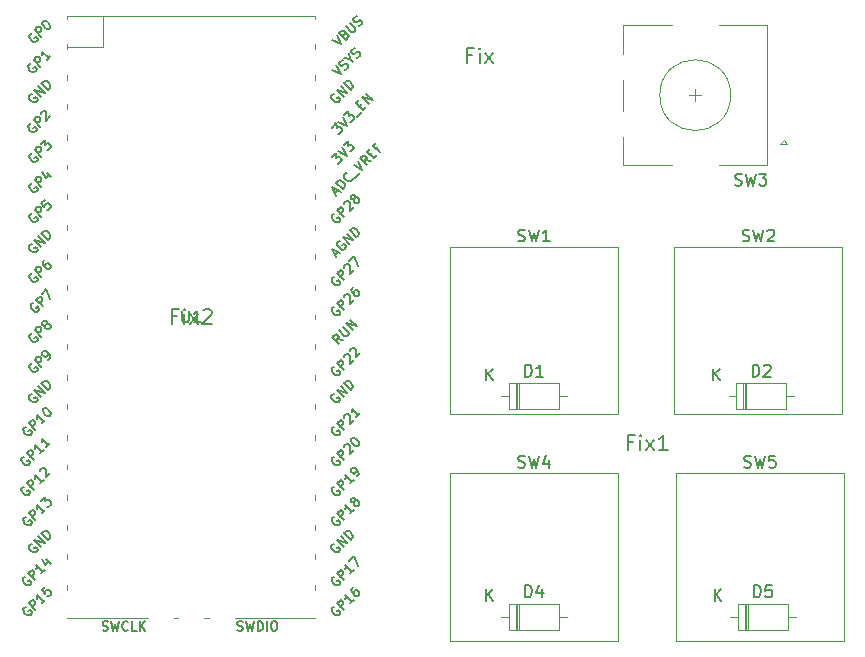
<source format=gbr>
%TF.GenerationSoftware,KiCad,Pcbnew,9.0.2*%
%TF.CreationDate,2025-11-16T09:52:10+01:00*%
%TF.ProjectId,test-stef_8_inter,74657374-2d73-4746-9566-5f385f696e74,rev?*%
%TF.SameCoordinates,Original*%
%TF.FileFunction,Legend,Top*%
%TF.FilePolarity,Positive*%
%FSLAX46Y46*%
G04 Gerber Fmt 4.6, Leading zero omitted, Abs format (unit mm)*
G04 Created by KiCad (PCBNEW 9.0.2) date 2025-11-16 09:52:10*
%MOMM*%
%LPD*%
G01*
G04 APERTURE LIST*
%ADD10C,0.150000*%
%ADD11C,0.120000*%
G04 APERTURE END LIST*
D10*
X185484667Y-86105200D02*
X185627524Y-86152819D01*
X185627524Y-86152819D02*
X185865619Y-86152819D01*
X185865619Y-86152819D02*
X185960857Y-86105200D01*
X185960857Y-86105200D02*
X186008476Y-86057580D01*
X186008476Y-86057580D02*
X186056095Y-85962342D01*
X186056095Y-85962342D02*
X186056095Y-85867104D01*
X186056095Y-85867104D02*
X186008476Y-85771866D01*
X186008476Y-85771866D02*
X185960857Y-85724247D01*
X185960857Y-85724247D02*
X185865619Y-85676628D01*
X185865619Y-85676628D02*
X185675143Y-85629009D01*
X185675143Y-85629009D02*
X185579905Y-85581390D01*
X185579905Y-85581390D02*
X185532286Y-85533771D01*
X185532286Y-85533771D02*
X185484667Y-85438533D01*
X185484667Y-85438533D02*
X185484667Y-85343295D01*
X185484667Y-85343295D02*
X185532286Y-85248057D01*
X185532286Y-85248057D02*
X185579905Y-85200438D01*
X185579905Y-85200438D02*
X185675143Y-85152819D01*
X185675143Y-85152819D02*
X185913238Y-85152819D01*
X185913238Y-85152819D02*
X186056095Y-85200438D01*
X186389429Y-85152819D02*
X186627524Y-86152819D01*
X186627524Y-86152819D02*
X186818000Y-85438533D01*
X186818000Y-85438533D02*
X187008476Y-86152819D01*
X187008476Y-86152819D02*
X187246572Y-85152819D01*
X187532286Y-85152819D02*
X188151333Y-85152819D01*
X188151333Y-85152819D02*
X187818000Y-85533771D01*
X187818000Y-85533771D02*
X187960857Y-85533771D01*
X187960857Y-85533771D02*
X188056095Y-85581390D01*
X188056095Y-85581390D02*
X188103714Y-85629009D01*
X188103714Y-85629009D02*
X188151333Y-85724247D01*
X188151333Y-85724247D02*
X188151333Y-85962342D01*
X188151333Y-85962342D02*
X188103714Y-86057580D01*
X188103714Y-86057580D02*
X188056095Y-86105200D01*
X188056095Y-86105200D02*
X187960857Y-86152819D01*
X187960857Y-86152819D02*
X187675143Y-86152819D01*
X187675143Y-86152819D02*
X187579905Y-86105200D01*
X187579905Y-86105200D02*
X187532286Y-86057580D01*
X176814238Y-107864488D02*
X176390904Y-107864488D01*
X176390904Y-108529726D02*
X176390904Y-107259726D01*
X176390904Y-107259726D02*
X176995666Y-107259726D01*
X177479475Y-108529726D02*
X177479475Y-107683059D01*
X177479475Y-107259726D02*
X177418999Y-107320202D01*
X177418999Y-107320202D02*
X177479475Y-107380678D01*
X177479475Y-107380678D02*
X177539952Y-107320202D01*
X177539952Y-107320202D02*
X177479475Y-107259726D01*
X177479475Y-107259726D02*
X177479475Y-107380678D01*
X177963285Y-108529726D02*
X178628523Y-107683059D01*
X177963285Y-107683059D02*
X178628523Y-108529726D01*
X179777571Y-108529726D02*
X179051856Y-108529726D01*
X179414713Y-108529726D02*
X179414713Y-107259726D01*
X179414713Y-107259726D02*
X179293761Y-107441154D01*
X179293761Y-107441154D02*
X179172809Y-107562107D01*
X179172809Y-107562107D02*
X179051856Y-107622583D01*
X186253667Y-109987200D02*
X186396524Y-110034819D01*
X186396524Y-110034819D02*
X186634619Y-110034819D01*
X186634619Y-110034819D02*
X186729857Y-109987200D01*
X186729857Y-109987200D02*
X186777476Y-109939580D01*
X186777476Y-109939580D02*
X186825095Y-109844342D01*
X186825095Y-109844342D02*
X186825095Y-109749104D01*
X186825095Y-109749104D02*
X186777476Y-109653866D01*
X186777476Y-109653866D02*
X186729857Y-109606247D01*
X186729857Y-109606247D02*
X186634619Y-109558628D01*
X186634619Y-109558628D02*
X186444143Y-109511009D01*
X186444143Y-109511009D02*
X186348905Y-109463390D01*
X186348905Y-109463390D02*
X186301286Y-109415771D01*
X186301286Y-109415771D02*
X186253667Y-109320533D01*
X186253667Y-109320533D02*
X186253667Y-109225295D01*
X186253667Y-109225295D02*
X186301286Y-109130057D01*
X186301286Y-109130057D02*
X186348905Y-109082438D01*
X186348905Y-109082438D02*
X186444143Y-109034819D01*
X186444143Y-109034819D02*
X186682238Y-109034819D01*
X186682238Y-109034819D02*
X186825095Y-109082438D01*
X187158429Y-109034819D02*
X187396524Y-110034819D01*
X187396524Y-110034819D02*
X187587000Y-109320533D01*
X187587000Y-109320533D02*
X187777476Y-110034819D01*
X187777476Y-110034819D02*
X188015572Y-109034819D01*
X188872714Y-109034819D02*
X188396524Y-109034819D01*
X188396524Y-109034819D02*
X188348905Y-109511009D01*
X188348905Y-109511009D02*
X188396524Y-109463390D01*
X188396524Y-109463390D02*
X188491762Y-109415771D01*
X188491762Y-109415771D02*
X188729857Y-109415771D01*
X188729857Y-109415771D02*
X188825095Y-109463390D01*
X188825095Y-109463390D02*
X188872714Y-109511009D01*
X188872714Y-109511009D02*
X188920333Y-109606247D01*
X188920333Y-109606247D02*
X188920333Y-109844342D01*
X188920333Y-109844342D02*
X188872714Y-109939580D01*
X188872714Y-109939580D02*
X188825095Y-109987200D01*
X188825095Y-109987200D02*
X188729857Y-110034819D01*
X188729857Y-110034819D02*
X188491762Y-110034819D01*
X188491762Y-110034819D02*
X188396524Y-109987200D01*
X188396524Y-109987200D02*
X188348905Y-109939580D01*
X167126667Y-90832200D02*
X167269524Y-90879819D01*
X167269524Y-90879819D02*
X167507619Y-90879819D01*
X167507619Y-90879819D02*
X167602857Y-90832200D01*
X167602857Y-90832200D02*
X167650476Y-90784580D01*
X167650476Y-90784580D02*
X167698095Y-90689342D01*
X167698095Y-90689342D02*
X167698095Y-90594104D01*
X167698095Y-90594104D02*
X167650476Y-90498866D01*
X167650476Y-90498866D02*
X167602857Y-90451247D01*
X167602857Y-90451247D02*
X167507619Y-90403628D01*
X167507619Y-90403628D02*
X167317143Y-90356009D01*
X167317143Y-90356009D02*
X167221905Y-90308390D01*
X167221905Y-90308390D02*
X167174286Y-90260771D01*
X167174286Y-90260771D02*
X167126667Y-90165533D01*
X167126667Y-90165533D02*
X167126667Y-90070295D01*
X167126667Y-90070295D02*
X167174286Y-89975057D01*
X167174286Y-89975057D02*
X167221905Y-89927438D01*
X167221905Y-89927438D02*
X167317143Y-89879819D01*
X167317143Y-89879819D02*
X167555238Y-89879819D01*
X167555238Y-89879819D02*
X167698095Y-89927438D01*
X168031429Y-89879819D02*
X168269524Y-90879819D01*
X168269524Y-90879819D02*
X168460000Y-90165533D01*
X168460000Y-90165533D02*
X168650476Y-90879819D01*
X168650476Y-90879819D02*
X168888572Y-89879819D01*
X169793333Y-90879819D02*
X169221905Y-90879819D01*
X169507619Y-90879819D02*
X169507619Y-89879819D01*
X169507619Y-89879819D02*
X169412381Y-90022676D01*
X169412381Y-90022676D02*
X169317143Y-90117914D01*
X169317143Y-90117914D02*
X169221905Y-90165533D01*
X138684095Y-96736819D02*
X138684095Y-97546342D01*
X138684095Y-97546342D02*
X138731714Y-97641580D01*
X138731714Y-97641580D02*
X138779333Y-97689200D01*
X138779333Y-97689200D02*
X138874571Y-97736819D01*
X138874571Y-97736819D02*
X139065047Y-97736819D01*
X139065047Y-97736819D02*
X139160285Y-97689200D01*
X139160285Y-97689200D02*
X139207904Y-97641580D01*
X139207904Y-97641580D02*
X139255523Y-97546342D01*
X139255523Y-97546342D02*
X139255523Y-96736819D01*
X140255523Y-97736819D02*
X139684095Y-97736819D01*
X139969809Y-97736819D02*
X139969809Y-96736819D01*
X139969809Y-96736819D02*
X139874571Y-96879676D01*
X139874571Y-96879676D02*
X139779333Y-96974914D01*
X139779333Y-96974914D02*
X139684095Y-97022533D01*
X151597873Y-92023240D02*
X151867247Y-91753866D01*
X151705623Y-92238739D02*
X151328499Y-91484492D01*
X151328499Y-91484492D02*
X152082746Y-91861615D01*
X152028871Y-90837994D02*
X151948059Y-90864932D01*
X151948059Y-90864932D02*
X151867247Y-90945744D01*
X151867247Y-90945744D02*
X151813372Y-91053494D01*
X151813372Y-91053494D02*
X151813372Y-91161243D01*
X151813372Y-91161243D02*
X151840310Y-91242055D01*
X151840310Y-91242055D02*
X151921122Y-91376742D01*
X151921122Y-91376742D02*
X152001934Y-91457555D01*
X152001934Y-91457555D02*
X152136621Y-91538367D01*
X152136621Y-91538367D02*
X152217433Y-91565304D01*
X152217433Y-91565304D02*
X152325183Y-91565304D01*
X152325183Y-91565304D02*
X152432932Y-91511429D01*
X152432932Y-91511429D02*
X152486807Y-91457555D01*
X152486807Y-91457555D02*
X152540682Y-91349805D01*
X152540682Y-91349805D02*
X152540682Y-91295930D01*
X152540682Y-91295930D02*
X152352120Y-91107368D01*
X152352120Y-91107368D02*
X152244371Y-91215118D01*
X152836993Y-91107368D02*
X152271308Y-90541683D01*
X152271308Y-90541683D02*
X153160242Y-90784120D01*
X153160242Y-90784120D02*
X152594557Y-90218434D01*
X153429616Y-90514746D02*
X152863931Y-89949060D01*
X152863931Y-89949060D02*
X152998618Y-89814373D01*
X152998618Y-89814373D02*
X153106367Y-89760498D01*
X153106367Y-89760498D02*
X153214117Y-89760498D01*
X153214117Y-89760498D02*
X153294929Y-89787436D01*
X153294929Y-89787436D02*
X153429616Y-89868248D01*
X153429616Y-89868248D02*
X153510428Y-89949060D01*
X153510428Y-89949060D02*
X153591241Y-90083747D01*
X153591241Y-90083747D02*
X153618178Y-90164560D01*
X153618178Y-90164560D02*
X153618178Y-90272309D01*
X153618178Y-90272309D02*
X153564303Y-90380059D01*
X153564303Y-90380059D02*
X153429616Y-90514746D01*
X125959372Y-73273494D02*
X125878560Y-73300431D01*
X125878560Y-73300431D02*
X125797748Y-73381243D01*
X125797748Y-73381243D02*
X125743873Y-73488993D01*
X125743873Y-73488993D02*
X125743873Y-73596742D01*
X125743873Y-73596742D02*
X125770810Y-73677555D01*
X125770810Y-73677555D02*
X125851623Y-73812242D01*
X125851623Y-73812242D02*
X125932435Y-73893054D01*
X125932435Y-73893054D02*
X126067122Y-73973866D01*
X126067122Y-73973866D02*
X126147934Y-74000803D01*
X126147934Y-74000803D02*
X126255684Y-74000803D01*
X126255684Y-74000803D02*
X126363433Y-73946929D01*
X126363433Y-73946929D02*
X126417308Y-73893054D01*
X126417308Y-73893054D02*
X126471183Y-73785304D01*
X126471183Y-73785304D02*
X126471183Y-73731429D01*
X126471183Y-73731429D02*
X126282621Y-73542868D01*
X126282621Y-73542868D02*
X126174871Y-73650617D01*
X126767494Y-73542868D02*
X126201809Y-72977182D01*
X126201809Y-72977182D02*
X126417308Y-72761683D01*
X126417308Y-72761683D02*
X126498120Y-72734746D01*
X126498120Y-72734746D02*
X126551995Y-72734746D01*
X126551995Y-72734746D02*
X126632807Y-72761683D01*
X126632807Y-72761683D02*
X126713619Y-72842495D01*
X126713619Y-72842495D02*
X126740557Y-72923307D01*
X126740557Y-72923307D02*
X126740557Y-72977182D01*
X126740557Y-72977182D02*
X126713619Y-73057994D01*
X126713619Y-73057994D02*
X126498120Y-73273494D01*
X126875244Y-72303747D02*
X126929119Y-72249872D01*
X126929119Y-72249872D02*
X127009931Y-72222935D01*
X127009931Y-72222935D02*
X127063806Y-72222935D01*
X127063806Y-72222935D02*
X127144618Y-72249872D01*
X127144618Y-72249872D02*
X127279305Y-72330685D01*
X127279305Y-72330685D02*
X127413992Y-72465372D01*
X127413992Y-72465372D02*
X127494804Y-72600059D01*
X127494804Y-72600059D02*
X127521741Y-72680871D01*
X127521741Y-72680871D02*
X127521741Y-72734746D01*
X127521741Y-72734746D02*
X127494804Y-72815558D01*
X127494804Y-72815558D02*
X127440929Y-72869433D01*
X127440929Y-72869433D02*
X127360117Y-72896370D01*
X127360117Y-72896370D02*
X127306242Y-72896370D01*
X127306242Y-72896370D02*
X127225430Y-72869433D01*
X127225430Y-72869433D02*
X127090743Y-72788620D01*
X127090743Y-72788620D02*
X126956056Y-72653933D01*
X126956056Y-72653933D02*
X126875244Y-72519246D01*
X126875244Y-72519246D02*
X126848306Y-72438434D01*
X126848306Y-72438434D02*
X126848306Y-72384559D01*
X126848306Y-72384559D02*
X126875244Y-72303747D01*
X125959372Y-88513494D02*
X125878560Y-88540431D01*
X125878560Y-88540431D02*
X125797748Y-88621243D01*
X125797748Y-88621243D02*
X125743873Y-88728993D01*
X125743873Y-88728993D02*
X125743873Y-88836742D01*
X125743873Y-88836742D02*
X125770810Y-88917555D01*
X125770810Y-88917555D02*
X125851623Y-89052242D01*
X125851623Y-89052242D02*
X125932435Y-89133054D01*
X125932435Y-89133054D02*
X126067122Y-89213866D01*
X126067122Y-89213866D02*
X126147934Y-89240803D01*
X126147934Y-89240803D02*
X126255684Y-89240803D01*
X126255684Y-89240803D02*
X126363433Y-89186929D01*
X126363433Y-89186929D02*
X126417308Y-89133054D01*
X126417308Y-89133054D02*
X126471183Y-89025304D01*
X126471183Y-89025304D02*
X126471183Y-88971429D01*
X126471183Y-88971429D02*
X126282621Y-88782868D01*
X126282621Y-88782868D02*
X126174871Y-88890617D01*
X126767494Y-88782868D02*
X126201809Y-88217182D01*
X126201809Y-88217182D02*
X126417308Y-88001683D01*
X126417308Y-88001683D02*
X126498120Y-87974746D01*
X126498120Y-87974746D02*
X126551995Y-87974746D01*
X126551995Y-87974746D02*
X126632807Y-88001683D01*
X126632807Y-88001683D02*
X126713619Y-88082495D01*
X126713619Y-88082495D02*
X126740557Y-88163307D01*
X126740557Y-88163307D02*
X126740557Y-88217182D01*
X126740557Y-88217182D02*
X126713619Y-88297994D01*
X126713619Y-88297994D02*
X126498120Y-88513494D01*
X127036868Y-87382123D02*
X126767494Y-87651497D01*
X126767494Y-87651497D02*
X127009931Y-87947808D01*
X127009931Y-87947808D02*
X127009931Y-87893933D01*
X127009931Y-87893933D02*
X127036868Y-87813121D01*
X127036868Y-87813121D02*
X127171555Y-87678434D01*
X127171555Y-87678434D02*
X127252367Y-87651497D01*
X127252367Y-87651497D02*
X127306242Y-87651497D01*
X127306242Y-87651497D02*
X127387054Y-87678434D01*
X127387054Y-87678434D02*
X127521741Y-87813121D01*
X127521741Y-87813121D02*
X127548679Y-87893933D01*
X127548679Y-87893933D02*
X127548679Y-87947808D01*
X127548679Y-87947808D02*
X127521741Y-88028620D01*
X127521741Y-88028620D02*
X127387054Y-88163307D01*
X127387054Y-88163307D02*
X127306242Y-88190245D01*
X127306242Y-88190245D02*
X127252367Y-88190245D01*
X125289998Y-109102868D02*
X125209185Y-109129805D01*
X125209185Y-109129805D02*
X125128373Y-109210618D01*
X125128373Y-109210618D02*
X125074498Y-109318367D01*
X125074498Y-109318367D02*
X125074498Y-109426117D01*
X125074498Y-109426117D02*
X125101436Y-109506929D01*
X125101436Y-109506929D02*
X125182248Y-109641616D01*
X125182248Y-109641616D02*
X125263060Y-109722428D01*
X125263060Y-109722428D02*
X125397747Y-109803241D01*
X125397747Y-109803241D02*
X125478560Y-109830178D01*
X125478560Y-109830178D02*
X125586309Y-109830178D01*
X125586309Y-109830178D02*
X125694059Y-109776303D01*
X125694059Y-109776303D02*
X125747934Y-109722428D01*
X125747934Y-109722428D02*
X125801808Y-109614679D01*
X125801808Y-109614679D02*
X125801808Y-109560804D01*
X125801808Y-109560804D02*
X125613247Y-109372242D01*
X125613247Y-109372242D02*
X125505497Y-109479992D01*
X126098120Y-109372242D02*
X125532434Y-108806557D01*
X125532434Y-108806557D02*
X125747934Y-108591057D01*
X125747934Y-108591057D02*
X125828746Y-108564120D01*
X125828746Y-108564120D02*
X125882621Y-108564120D01*
X125882621Y-108564120D02*
X125963433Y-108591057D01*
X125963433Y-108591057D02*
X126044245Y-108671870D01*
X126044245Y-108671870D02*
X126071182Y-108752682D01*
X126071182Y-108752682D02*
X126071182Y-108806557D01*
X126071182Y-108806557D02*
X126044245Y-108887369D01*
X126044245Y-108887369D02*
X125828746Y-109102868D01*
X126960117Y-108510245D02*
X126636868Y-108833494D01*
X126798492Y-108671870D02*
X126232807Y-108106184D01*
X126232807Y-108106184D02*
X126259744Y-108240871D01*
X126259744Y-108240871D02*
X126259744Y-108348621D01*
X126259744Y-108348621D02*
X126232807Y-108429433D01*
X127498865Y-107971497D02*
X127175616Y-108294746D01*
X127337240Y-108133121D02*
X126771555Y-107567436D01*
X126771555Y-107567436D02*
X126798492Y-107702123D01*
X126798492Y-107702123D02*
X126798492Y-107809873D01*
X126798492Y-107809873D02*
X126771555Y-107890685D01*
X125859372Y-80893494D02*
X125778560Y-80920431D01*
X125778560Y-80920431D02*
X125697748Y-81001243D01*
X125697748Y-81001243D02*
X125643873Y-81108993D01*
X125643873Y-81108993D02*
X125643873Y-81216742D01*
X125643873Y-81216742D02*
X125670810Y-81297555D01*
X125670810Y-81297555D02*
X125751623Y-81432242D01*
X125751623Y-81432242D02*
X125832435Y-81513054D01*
X125832435Y-81513054D02*
X125967122Y-81593866D01*
X125967122Y-81593866D02*
X126047934Y-81620803D01*
X126047934Y-81620803D02*
X126155684Y-81620803D01*
X126155684Y-81620803D02*
X126263433Y-81566929D01*
X126263433Y-81566929D02*
X126317308Y-81513054D01*
X126317308Y-81513054D02*
X126371183Y-81405304D01*
X126371183Y-81405304D02*
X126371183Y-81351429D01*
X126371183Y-81351429D02*
X126182621Y-81162868D01*
X126182621Y-81162868D02*
X126074871Y-81270617D01*
X126667494Y-81162868D02*
X126101809Y-80597182D01*
X126101809Y-80597182D02*
X126317308Y-80381683D01*
X126317308Y-80381683D02*
X126398120Y-80354746D01*
X126398120Y-80354746D02*
X126451995Y-80354746D01*
X126451995Y-80354746D02*
X126532807Y-80381683D01*
X126532807Y-80381683D02*
X126613619Y-80462495D01*
X126613619Y-80462495D02*
X126640557Y-80543307D01*
X126640557Y-80543307D02*
X126640557Y-80597182D01*
X126640557Y-80597182D02*
X126613619Y-80677994D01*
X126613619Y-80677994D02*
X126398120Y-80893494D01*
X126694432Y-80112309D02*
X126694432Y-80058434D01*
X126694432Y-80058434D02*
X126721369Y-79977622D01*
X126721369Y-79977622D02*
X126856056Y-79842935D01*
X126856056Y-79842935D02*
X126936868Y-79815998D01*
X126936868Y-79815998D02*
X126990743Y-79815998D01*
X126990743Y-79815998D02*
X127071555Y-79842935D01*
X127071555Y-79842935D02*
X127125430Y-79896810D01*
X127125430Y-79896810D02*
X127179305Y-80004559D01*
X127179305Y-80004559D02*
X127179305Y-80651057D01*
X127179305Y-80651057D02*
X127529491Y-80300871D01*
X152284651Y-99225710D02*
X151826716Y-99144898D01*
X151961403Y-99548959D02*
X151395717Y-98983274D01*
X151395717Y-98983274D02*
X151611216Y-98767775D01*
X151611216Y-98767775D02*
X151692029Y-98740837D01*
X151692029Y-98740837D02*
X151745903Y-98740837D01*
X151745903Y-98740837D02*
X151826716Y-98767775D01*
X151826716Y-98767775D02*
X151907528Y-98848587D01*
X151907528Y-98848587D02*
X151934465Y-98929399D01*
X151934465Y-98929399D02*
X151934465Y-98983274D01*
X151934465Y-98983274D02*
X151907528Y-99064086D01*
X151907528Y-99064086D02*
X151692029Y-99279585D01*
X151961403Y-98417588D02*
X152419338Y-98875524D01*
X152419338Y-98875524D02*
X152500151Y-98902462D01*
X152500151Y-98902462D02*
X152554025Y-98902462D01*
X152554025Y-98902462D02*
X152634838Y-98875524D01*
X152634838Y-98875524D02*
X152742587Y-98767775D01*
X152742587Y-98767775D02*
X152769525Y-98686962D01*
X152769525Y-98686962D02*
X152769525Y-98633088D01*
X152769525Y-98633088D02*
X152742587Y-98552275D01*
X152742587Y-98552275D02*
X152284651Y-98094340D01*
X153119711Y-98390651D02*
X152554025Y-97824966D01*
X152554025Y-97824966D02*
X153442959Y-98067402D01*
X153442959Y-98067402D02*
X152877274Y-97501717D01*
X151543998Y-121802868D02*
X151463185Y-121829805D01*
X151463185Y-121829805D02*
X151382373Y-121910618D01*
X151382373Y-121910618D02*
X151328498Y-122018367D01*
X151328498Y-122018367D02*
X151328498Y-122126117D01*
X151328498Y-122126117D02*
X151355436Y-122206929D01*
X151355436Y-122206929D02*
X151436248Y-122341616D01*
X151436248Y-122341616D02*
X151517060Y-122422428D01*
X151517060Y-122422428D02*
X151651747Y-122503241D01*
X151651747Y-122503241D02*
X151732560Y-122530178D01*
X151732560Y-122530178D02*
X151840309Y-122530178D01*
X151840309Y-122530178D02*
X151948059Y-122476303D01*
X151948059Y-122476303D02*
X152001934Y-122422428D01*
X152001934Y-122422428D02*
X152055808Y-122314679D01*
X152055808Y-122314679D02*
X152055808Y-122260804D01*
X152055808Y-122260804D02*
X151867247Y-122072242D01*
X151867247Y-122072242D02*
X151759497Y-122179992D01*
X152352120Y-122072242D02*
X151786434Y-121506557D01*
X151786434Y-121506557D02*
X152001934Y-121291057D01*
X152001934Y-121291057D02*
X152082746Y-121264120D01*
X152082746Y-121264120D02*
X152136621Y-121264120D01*
X152136621Y-121264120D02*
X152217433Y-121291057D01*
X152217433Y-121291057D02*
X152298245Y-121371870D01*
X152298245Y-121371870D02*
X152325182Y-121452682D01*
X152325182Y-121452682D02*
X152325182Y-121506557D01*
X152325182Y-121506557D02*
X152298245Y-121587369D01*
X152298245Y-121587369D02*
X152082746Y-121802868D01*
X153214117Y-121210245D02*
X152890868Y-121533494D01*
X153052492Y-121371870D02*
X152486807Y-120806184D01*
X152486807Y-120806184D02*
X152513744Y-120940871D01*
X152513744Y-120940871D02*
X152513744Y-121048621D01*
X152513744Y-121048621D02*
X152486807Y-121129433D01*
X153133305Y-120159686D02*
X153025555Y-120267436D01*
X153025555Y-120267436D02*
X152998618Y-120348248D01*
X152998618Y-120348248D02*
X152998618Y-120402123D01*
X152998618Y-120402123D02*
X153025555Y-120536810D01*
X153025555Y-120536810D02*
X153106367Y-120671497D01*
X153106367Y-120671497D02*
X153321866Y-120886996D01*
X153321866Y-120886996D02*
X153402679Y-120913934D01*
X153402679Y-120913934D02*
X153456553Y-120913934D01*
X153456553Y-120913934D02*
X153537366Y-120886996D01*
X153537366Y-120886996D02*
X153645115Y-120779247D01*
X153645115Y-120779247D02*
X153672053Y-120698434D01*
X153672053Y-120698434D02*
X153672053Y-120644560D01*
X153672053Y-120644560D02*
X153645115Y-120563747D01*
X153645115Y-120563747D02*
X153510428Y-120429060D01*
X153510428Y-120429060D02*
X153429616Y-120402123D01*
X153429616Y-120402123D02*
X153375741Y-120402123D01*
X153375741Y-120402123D02*
X153294929Y-120429060D01*
X153294929Y-120429060D02*
X153187179Y-120536810D01*
X153187179Y-120536810D02*
X153160242Y-120617622D01*
X153160242Y-120617622D02*
X153160242Y-120671497D01*
X153160242Y-120671497D02*
X153187179Y-120752309D01*
X126059372Y-96103494D02*
X125978560Y-96130431D01*
X125978560Y-96130431D02*
X125897748Y-96211243D01*
X125897748Y-96211243D02*
X125843873Y-96318993D01*
X125843873Y-96318993D02*
X125843873Y-96426742D01*
X125843873Y-96426742D02*
X125870810Y-96507555D01*
X125870810Y-96507555D02*
X125951623Y-96642242D01*
X125951623Y-96642242D02*
X126032435Y-96723054D01*
X126032435Y-96723054D02*
X126167122Y-96803866D01*
X126167122Y-96803866D02*
X126247934Y-96830803D01*
X126247934Y-96830803D02*
X126355684Y-96830803D01*
X126355684Y-96830803D02*
X126463433Y-96776929D01*
X126463433Y-96776929D02*
X126517308Y-96723054D01*
X126517308Y-96723054D02*
X126571183Y-96615304D01*
X126571183Y-96615304D02*
X126571183Y-96561429D01*
X126571183Y-96561429D02*
X126382621Y-96372868D01*
X126382621Y-96372868D02*
X126274871Y-96480617D01*
X126867494Y-96372868D02*
X126301809Y-95807182D01*
X126301809Y-95807182D02*
X126517308Y-95591683D01*
X126517308Y-95591683D02*
X126598120Y-95564746D01*
X126598120Y-95564746D02*
X126651995Y-95564746D01*
X126651995Y-95564746D02*
X126732807Y-95591683D01*
X126732807Y-95591683D02*
X126813619Y-95672495D01*
X126813619Y-95672495D02*
X126840557Y-95753307D01*
X126840557Y-95753307D02*
X126840557Y-95807182D01*
X126840557Y-95807182D02*
X126813619Y-95887994D01*
X126813619Y-95887994D02*
X126598120Y-96103494D01*
X126813619Y-95295372D02*
X127190743Y-94918248D01*
X127190743Y-94918248D02*
X127513992Y-95726370D01*
X125435998Y-114182868D02*
X125355185Y-114209805D01*
X125355185Y-114209805D02*
X125274373Y-114290618D01*
X125274373Y-114290618D02*
X125220498Y-114398367D01*
X125220498Y-114398367D02*
X125220498Y-114506117D01*
X125220498Y-114506117D02*
X125247436Y-114586929D01*
X125247436Y-114586929D02*
X125328248Y-114721616D01*
X125328248Y-114721616D02*
X125409060Y-114802428D01*
X125409060Y-114802428D02*
X125543747Y-114883241D01*
X125543747Y-114883241D02*
X125624560Y-114910178D01*
X125624560Y-114910178D02*
X125732309Y-114910178D01*
X125732309Y-114910178D02*
X125840059Y-114856303D01*
X125840059Y-114856303D02*
X125893934Y-114802428D01*
X125893934Y-114802428D02*
X125947808Y-114694679D01*
X125947808Y-114694679D02*
X125947808Y-114640804D01*
X125947808Y-114640804D02*
X125759247Y-114452242D01*
X125759247Y-114452242D02*
X125651497Y-114559992D01*
X126244120Y-114452242D02*
X125678434Y-113886557D01*
X125678434Y-113886557D02*
X125893934Y-113671057D01*
X125893934Y-113671057D02*
X125974746Y-113644120D01*
X125974746Y-113644120D02*
X126028621Y-113644120D01*
X126028621Y-113644120D02*
X126109433Y-113671057D01*
X126109433Y-113671057D02*
X126190245Y-113751870D01*
X126190245Y-113751870D02*
X126217182Y-113832682D01*
X126217182Y-113832682D02*
X126217182Y-113886557D01*
X126217182Y-113886557D02*
X126190245Y-113967369D01*
X126190245Y-113967369D02*
X125974746Y-114182868D01*
X127106117Y-113590245D02*
X126782868Y-113913494D01*
X126944492Y-113751870D02*
X126378807Y-113186184D01*
X126378807Y-113186184D02*
X126405744Y-113320871D01*
X126405744Y-113320871D02*
X126405744Y-113428621D01*
X126405744Y-113428621D02*
X126378807Y-113509433D01*
X126728993Y-112835998D02*
X127079179Y-112485812D01*
X127079179Y-112485812D02*
X127106117Y-112889873D01*
X127106117Y-112889873D02*
X127186929Y-112809060D01*
X127186929Y-112809060D02*
X127267741Y-112782123D01*
X127267741Y-112782123D02*
X127321616Y-112782123D01*
X127321616Y-112782123D02*
X127402428Y-112809060D01*
X127402428Y-112809060D02*
X127537115Y-112943747D01*
X127537115Y-112943747D02*
X127564053Y-113024560D01*
X127564053Y-113024560D02*
X127564053Y-113078434D01*
X127564053Y-113078434D02*
X127537115Y-113159247D01*
X127537115Y-113159247D02*
X127375491Y-113320871D01*
X127375491Y-113320871D02*
X127294679Y-113347808D01*
X127294679Y-113347808D02*
X127240804Y-113347808D01*
X151532435Y-78380431D02*
X151451623Y-78407368D01*
X151451623Y-78407368D02*
X151370811Y-78488180D01*
X151370811Y-78488180D02*
X151316936Y-78595930D01*
X151316936Y-78595930D02*
X151316936Y-78703680D01*
X151316936Y-78703680D02*
X151343873Y-78784492D01*
X151343873Y-78784492D02*
X151424685Y-78919179D01*
X151424685Y-78919179D02*
X151505498Y-78999991D01*
X151505498Y-78999991D02*
X151640185Y-79080803D01*
X151640185Y-79080803D02*
X151720997Y-79107741D01*
X151720997Y-79107741D02*
X151828746Y-79107741D01*
X151828746Y-79107741D02*
X151936496Y-79053866D01*
X151936496Y-79053866D02*
X151990371Y-78999991D01*
X151990371Y-78999991D02*
X152044246Y-78892241D01*
X152044246Y-78892241D02*
X152044246Y-78838367D01*
X152044246Y-78838367D02*
X151855684Y-78649805D01*
X151855684Y-78649805D02*
X151747934Y-78757554D01*
X152340557Y-78649805D02*
X151774872Y-78084119D01*
X151774872Y-78084119D02*
X152663806Y-78326556D01*
X152663806Y-78326556D02*
X152098120Y-77760871D01*
X152933180Y-78057182D02*
X152367494Y-77491497D01*
X152367494Y-77491497D02*
X152502181Y-77356810D01*
X152502181Y-77356810D02*
X152609931Y-77302935D01*
X152609931Y-77302935D02*
X152717680Y-77302935D01*
X152717680Y-77302935D02*
X152798493Y-77329872D01*
X152798493Y-77329872D02*
X152933180Y-77410685D01*
X152933180Y-77410685D02*
X153013992Y-77491497D01*
X153013992Y-77491497D02*
X153094804Y-77626184D01*
X153094804Y-77626184D02*
X153121741Y-77706996D01*
X153121741Y-77706996D02*
X153121741Y-77814746D01*
X153121741Y-77814746D02*
X153067867Y-77922495D01*
X153067867Y-77922495D02*
X152933180Y-78057182D01*
X125932435Y-103780431D02*
X125851623Y-103807368D01*
X125851623Y-103807368D02*
X125770811Y-103888180D01*
X125770811Y-103888180D02*
X125716936Y-103995930D01*
X125716936Y-103995930D02*
X125716936Y-104103680D01*
X125716936Y-104103680D02*
X125743873Y-104184492D01*
X125743873Y-104184492D02*
X125824685Y-104319179D01*
X125824685Y-104319179D02*
X125905498Y-104399991D01*
X125905498Y-104399991D02*
X126040185Y-104480803D01*
X126040185Y-104480803D02*
X126120997Y-104507741D01*
X126120997Y-104507741D02*
X126228746Y-104507741D01*
X126228746Y-104507741D02*
X126336496Y-104453866D01*
X126336496Y-104453866D02*
X126390371Y-104399991D01*
X126390371Y-104399991D02*
X126444246Y-104292241D01*
X126444246Y-104292241D02*
X126444246Y-104238367D01*
X126444246Y-104238367D02*
X126255684Y-104049805D01*
X126255684Y-104049805D02*
X126147934Y-104157554D01*
X126740557Y-104049805D02*
X126174872Y-103484119D01*
X126174872Y-103484119D02*
X127063806Y-103726556D01*
X127063806Y-103726556D02*
X126498120Y-103160871D01*
X127333180Y-103457182D02*
X126767494Y-102891497D01*
X126767494Y-102891497D02*
X126902181Y-102756810D01*
X126902181Y-102756810D02*
X127009931Y-102702935D01*
X127009931Y-102702935D02*
X127117680Y-102702935D01*
X127117680Y-102702935D02*
X127198493Y-102729872D01*
X127198493Y-102729872D02*
X127333180Y-102810685D01*
X127333180Y-102810685D02*
X127413992Y-102891497D01*
X127413992Y-102891497D02*
X127494804Y-103026184D01*
X127494804Y-103026184D02*
X127521741Y-103106996D01*
X127521741Y-103106996D02*
X127521741Y-103214746D01*
X127521741Y-103214746D02*
X127467867Y-103322495D01*
X127467867Y-103322495D02*
X127333180Y-103457182D01*
X151366749Y-76352242D02*
X152120996Y-76729366D01*
X152120996Y-76729366D02*
X151743873Y-75975118D01*
X152444245Y-76352242D02*
X152551995Y-76298367D01*
X152551995Y-76298367D02*
X152686682Y-76163680D01*
X152686682Y-76163680D02*
X152713619Y-76082868D01*
X152713619Y-76082868D02*
X152713619Y-76028993D01*
X152713619Y-76028993D02*
X152686682Y-75948181D01*
X152686682Y-75948181D02*
X152632807Y-75894306D01*
X152632807Y-75894306D02*
X152551995Y-75867369D01*
X152551995Y-75867369D02*
X152498120Y-75867369D01*
X152498120Y-75867369D02*
X152417308Y-75894306D01*
X152417308Y-75894306D02*
X152282621Y-75975118D01*
X152282621Y-75975118D02*
X152201808Y-76002056D01*
X152201808Y-76002056D02*
X152147934Y-76002056D01*
X152147934Y-76002056D02*
X152067121Y-75975118D01*
X152067121Y-75975118D02*
X152013247Y-75921244D01*
X152013247Y-75921244D02*
X151986309Y-75840431D01*
X151986309Y-75840431D02*
X151986309Y-75786557D01*
X151986309Y-75786557D02*
X152013247Y-75705744D01*
X152013247Y-75705744D02*
X152147934Y-75571057D01*
X152147934Y-75571057D02*
X152255683Y-75517183D01*
X152875244Y-75436370D02*
X153144618Y-75705744D01*
X152390370Y-75328621D02*
X152875244Y-75436370D01*
X152875244Y-75436370D02*
X152767494Y-74951497D01*
X153467866Y-75328621D02*
X153575616Y-75274746D01*
X153575616Y-75274746D02*
X153710303Y-75140059D01*
X153710303Y-75140059D02*
X153737240Y-75059247D01*
X153737240Y-75059247D02*
X153737240Y-75005372D01*
X153737240Y-75005372D02*
X153710303Y-74924560D01*
X153710303Y-74924560D02*
X153656428Y-74870685D01*
X153656428Y-74870685D02*
X153575616Y-74843748D01*
X153575616Y-74843748D02*
X153521741Y-74843748D01*
X153521741Y-74843748D02*
X153440929Y-74870685D01*
X153440929Y-74870685D02*
X153306242Y-74951497D01*
X153306242Y-74951497D02*
X153225430Y-74978435D01*
X153225430Y-74978435D02*
X153171555Y-74978435D01*
X153171555Y-74978435D02*
X153090743Y-74951497D01*
X153090743Y-74951497D02*
X153036868Y-74897622D01*
X153036868Y-74897622D02*
X153009930Y-74816810D01*
X153009930Y-74816810D02*
X153009930Y-74762935D01*
X153009930Y-74762935D02*
X153036868Y-74682123D01*
X153036868Y-74682123D02*
X153171555Y-74547436D01*
X153171555Y-74547436D02*
X153279304Y-74493561D01*
X151336123Y-83772868D02*
X151686309Y-83422682D01*
X151686309Y-83422682D02*
X151713247Y-83826743D01*
X151713247Y-83826743D02*
X151794059Y-83745931D01*
X151794059Y-83745931D02*
X151874871Y-83718993D01*
X151874871Y-83718993D02*
X151928746Y-83718993D01*
X151928746Y-83718993D02*
X152009558Y-83745931D01*
X152009558Y-83745931D02*
X152144245Y-83880618D01*
X152144245Y-83880618D02*
X152171182Y-83961430D01*
X152171182Y-83961430D02*
X152171182Y-84015305D01*
X152171182Y-84015305D02*
X152144245Y-84096117D01*
X152144245Y-84096117D02*
X151982621Y-84257741D01*
X151982621Y-84257741D02*
X151901808Y-84284679D01*
X151901808Y-84284679D02*
X151847934Y-84284679D01*
X151847934Y-83261057D02*
X152602181Y-83638181D01*
X152602181Y-83638181D02*
X152225057Y-82883934D01*
X152359744Y-82749247D02*
X152709930Y-82399061D01*
X152709930Y-82399061D02*
X152736868Y-82803122D01*
X152736868Y-82803122D02*
X152817680Y-82722309D01*
X152817680Y-82722309D02*
X152898492Y-82695372D01*
X152898492Y-82695372D02*
X152952367Y-82695372D01*
X152952367Y-82695372D02*
X153033179Y-82722309D01*
X153033179Y-82722309D02*
X153167866Y-82856996D01*
X153167866Y-82856996D02*
X153194804Y-82937809D01*
X153194804Y-82937809D02*
X153194804Y-82991683D01*
X153194804Y-82991683D02*
X153167866Y-83072496D01*
X153167866Y-83072496D02*
X153006242Y-83234120D01*
X153006242Y-83234120D02*
X152925430Y-83261057D01*
X152925430Y-83261057D02*
X152871555Y-83261057D01*
X151543998Y-106572868D02*
X151463185Y-106599805D01*
X151463185Y-106599805D02*
X151382373Y-106680618D01*
X151382373Y-106680618D02*
X151328498Y-106788367D01*
X151328498Y-106788367D02*
X151328498Y-106896117D01*
X151328498Y-106896117D02*
X151355436Y-106976929D01*
X151355436Y-106976929D02*
X151436248Y-107111616D01*
X151436248Y-107111616D02*
X151517060Y-107192428D01*
X151517060Y-107192428D02*
X151651747Y-107273241D01*
X151651747Y-107273241D02*
X151732560Y-107300178D01*
X151732560Y-107300178D02*
X151840309Y-107300178D01*
X151840309Y-107300178D02*
X151948059Y-107246303D01*
X151948059Y-107246303D02*
X152001934Y-107192428D01*
X152001934Y-107192428D02*
X152055808Y-107084679D01*
X152055808Y-107084679D02*
X152055808Y-107030804D01*
X152055808Y-107030804D02*
X151867247Y-106842242D01*
X151867247Y-106842242D02*
X151759497Y-106949992D01*
X152352120Y-106842242D02*
X151786434Y-106276557D01*
X151786434Y-106276557D02*
X152001934Y-106061057D01*
X152001934Y-106061057D02*
X152082746Y-106034120D01*
X152082746Y-106034120D02*
X152136621Y-106034120D01*
X152136621Y-106034120D02*
X152217433Y-106061057D01*
X152217433Y-106061057D02*
X152298245Y-106141870D01*
X152298245Y-106141870D02*
X152325182Y-106222682D01*
X152325182Y-106222682D02*
X152325182Y-106276557D01*
X152325182Y-106276557D02*
X152298245Y-106357369D01*
X152298245Y-106357369D02*
X152082746Y-106572868D01*
X152379057Y-105791683D02*
X152379057Y-105737809D01*
X152379057Y-105737809D02*
X152405995Y-105656996D01*
X152405995Y-105656996D02*
X152540682Y-105522309D01*
X152540682Y-105522309D02*
X152621494Y-105495372D01*
X152621494Y-105495372D02*
X152675369Y-105495372D01*
X152675369Y-105495372D02*
X152756181Y-105522309D01*
X152756181Y-105522309D02*
X152810056Y-105576184D01*
X152810056Y-105576184D02*
X152863930Y-105683934D01*
X152863930Y-105683934D02*
X152863930Y-106330431D01*
X152863930Y-106330431D02*
X153214117Y-105980245D01*
X153752865Y-105441497D02*
X153429616Y-105764746D01*
X153591240Y-105603121D02*
X153025555Y-105037436D01*
X153025555Y-105037436D02*
X153052492Y-105172123D01*
X153052492Y-105172123D02*
X153052492Y-105279873D01*
X153052492Y-105279873D02*
X153025555Y-105360685D01*
X151543998Y-88528868D02*
X151463185Y-88555805D01*
X151463185Y-88555805D02*
X151382373Y-88636618D01*
X151382373Y-88636618D02*
X151328498Y-88744367D01*
X151328498Y-88744367D02*
X151328498Y-88852117D01*
X151328498Y-88852117D02*
X151355436Y-88932929D01*
X151355436Y-88932929D02*
X151436248Y-89067616D01*
X151436248Y-89067616D02*
X151517060Y-89148428D01*
X151517060Y-89148428D02*
X151651747Y-89229241D01*
X151651747Y-89229241D02*
X151732560Y-89256178D01*
X151732560Y-89256178D02*
X151840309Y-89256178D01*
X151840309Y-89256178D02*
X151948059Y-89202303D01*
X151948059Y-89202303D02*
X152001934Y-89148428D01*
X152001934Y-89148428D02*
X152055808Y-89040679D01*
X152055808Y-89040679D02*
X152055808Y-88986804D01*
X152055808Y-88986804D02*
X151867247Y-88798242D01*
X151867247Y-88798242D02*
X151759497Y-88905992D01*
X152352120Y-88798242D02*
X151786434Y-88232557D01*
X151786434Y-88232557D02*
X152001934Y-88017057D01*
X152001934Y-88017057D02*
X152082746Y-87990120D01*
X152082746Y-87990120D02*
X152136621Y-87990120D01*
X152136621Y-87990120D02*
X152217433Y-88017057D01*
X152217433Y-88017057D02*
X152298245Y-88097870D01*
X152298245Y-88097870D02*
X152325182Y-88178682D01*
X152325182Y-88178682D02*
X152325182Y-88232557D01*
X152325182Y-88232557D02*
X152298245Y-88313369D01*
X152298245Y-88313369D02*
X152082746Y-88528868D01*
X152379057Y-87747683D02*
X152379057Y-87693809D01*
X152379057Y-87693809D02*
X152405995Y-87612996D01*
X152405995Y-87612996D02*
X152540682Y-87478309D01*
X152540682Y-87478309D02*
X152621494Y-87451372D01*
X152621494Y-87451372D02*
X152675369Y-87451372D01*
X152675369Y-87451372D02*
X152756181Y-87478309D01*
X152756181Y-87478309D02*
X152810056Y-87532184D01*
X152810056Y-87532184D02*
X152863930Y-87639934D01*
X152863930Y-87639934D02*
X152863930Y-88286431D01*
X152863930Y-88286431D02*
X153214117Y-87936245D01*
X153214117Y-87289747D02*
X153133305Y-87316685D01*
X153133305Y-87316685D02*
X153079430Y-87316685D01*
X153079430Y-87316685D02*
X152998618Y-87289747D01*
X152998618Y-87289747D02*
X152971680Y-87262810D01*
X152971680Y-87262810D02*
X152944743Y-87181998D01*
X152944743Y-87181998D02*
X152944743Y-87128123D01*
X152944743Y-87128123D02*
X152971680Y-87047311D01*
X152971680Y-87047311D02*
X153079430Y-86939561D01*
X153079430Y-86939561D02*
X153160242Y-86912624D01*
X153160242Y-86912624D02*
X153214117Y-86912624D01*
X153214117Y-86912624D02*
X153294929Y-86939561D01*
X153294929Y-86939561D02*
X153321866Y-86966499D01*
X153321866Y-86966499D02*
X153348804Y-87047311D01*
X153348804Y-87047311D02*
X153348804Y-87101186D01*
X153348804Y-87101186D02*
X153321866Y-87181998D01*
X153321866Y-87181998D02*
X153214117Y-87289747D01*
X153214117Y-87289747D02*
X153187179Y-87370560D01*
X153187179Y-87370560D02*
X153187179Y-87424434D01*
X153187179Y-87424434D02*
X153214117Y-87505247D01*
X153214117Y-87505247D02*
X153321866Y-87612996D01*
X153321866Y-87612996D02*
X153402679Y-87639934D01*
X153402679Y-87639934D02*
X153456553Y-87639934D01*
X153456553Y-87639934D02*
X153537366Y-87612996D01*
X153537366Y-87612996D02*
X153645115Y-87505247D01*
X153645115Y-87505247D02*
X153672053Y-87424434D01*
X153672053Y-87424434D02*
X153672053Y-87370560D01*
X153672053Y-87370560D02*
X153645115Y-87289747D01*
X153645115Y-87289747D02*
X153537366Y-87181998D01*
X153537366Y-87181998D02*
X153456553Y-87155060D01*
X153456553Y-87155060D02*
X153402679Y-87155060D01*
X153402679Y-87155060D02*
X153321866Y-87181998D01*
X143350761Y-123806200D02*
X143465047Y-123844295D01*
X143465047Y-123844295D02*
X143655523Y-123844295D01*
X143655523Y-123844295D02*
X143731714Y-123806200D01*
X143731714Y-123806200D02*
X143769809Y-123768104D01*
X143769809Y-123768104D02*
X143807904Y-123691914D01*
X143807904Y-123691914D02*
X143807904Y-123615723D01*
X143807904Y-123615723D02*
X143769809Y-123539533D01*
X143769809Y-123539533D02*
X143731714Y-123501438D01*
X143731714Y-123501438D02*
X143655523Y-123463342D01*
X143655523Y-123463342D02*
X143503142Y-123425247D01*
X143503142Y-123425247D02*
X143426952Y-123387152D01*
X143426952Y-123387152D02*
X143388857Y-123349057D01*
X143388857Y-123349057D02*
X143350761Y-123272866D01*
X143350761Y-123272866D02*
X143350761Y-123196676D01*
X143350761Y-123196676D02*
X143388857Y-123120485D01*
X143388857Y-123120485D02*
X143426952Y-123082390D01*
X143426952Y-123082390D02*
X143503142Y-123044295D01*
X143503142Y-123044295D02*
X143693619Y-123044295D01*
X143693619Y-123044295D02*
X143807904Y-123082390D01*
X144074571Y-123044295D02*
X144265047Y-123844295D01*
X144265047Y-123844295D02*
X144417428Y-123272866D01*
X144417428Y-123272866D02*
X144569809Y-123844295D01*
X144569809Y-123844295D02*
X144760286Y-123044295D01*
X145065048Y-123844295D02*
X145065048Y-123044295D01*
X145065048Y-123044295D02*
X145255524Y-123044295D01*
X145255524Y-123044295D02*
X145369810Y-123082390D01*
X145369810Y-123082390D02*
X145446000Y-123158580D01*
X145446000Y-123158580D02*
X145484095Y-123234771D01*
X145484095Y-123234771D02*
X145522191Y-123387152D01*
X145522191Y-123387152D02*
X145522191Y-123501438D01*
X145522191Y-123501438D02*
X145484095Y-123653819D01*
X145484095Y-123653819D02*
X145446000Y-123730009D01*
X145446000Y-123730009D02*
X145369810Y-123806200D01*
X145369810Y-123806200D02*
X145255524Y-123844295D01*
X145255524Y-123844295D02*
X145065048Y-123844295D01*
X145865048Y-123844295D02*
X145865048Y-123044295D01*
X146398381Y-123044295D02*
X146550762Y-123044295D01*
X146550762Y-123044295D02*
X146626952Y-123082390D01*
X146626952Y-123082390D02*
X146703143Y-123158580D01*
X146703143Y-123158580D02*
X146741238Y-123310961D01*
X146741238Y-123310961D02*
X146741238Y-123577628D01*
X146741238Y-123577628D02*
X146703143Y-123730009D01*
X146703143Y-123730009D02*
X146626952Y-123806200D01*
X146626952Y-123806200D02*
X146550762Y-123844295D01*
X146550762Y-123844295D02*
X146398381Y-123844295D01*
X146398381Y-123844295D02*
X146322190Y-123806200D01*
X146322190Y-123806200D02*
X146246000Y-123730009D01*
X146246000Y-123730009D02*
X146207904Y-123577628D01*
X146207904Y-123577628D02*
X146207904Y-123310961D01*
X146207904Y-123310961D02*
X146246000Y-123158580D01*
X146246000Y-123158580D02*
X146322190Y-123082390D01*
X146322190Y-123082390D02*
X146398381Y-123044295D01*
X131936475Y-123806200D02*
X132050761Y-123844295D01*
X132050761Y-123844295D02*
X132241237Y-123844295D01*
X132241237Y-123844295D02*
X132317428Y-123806200D01*
X132317428Y-123806200D02*
X132355523Y-123768104D01*
X132355523Y-123768104D02*
X132393618Y-123691914D01*
X132393618Y-123691914D02*
X132393618Y-123615723D01*
X132393618Y-123615723D02*
X132355523Y-123539533D01*
X132355523Y-123539533D02*
X132317428Y-123501438D01*
X132317428Y-123501438D02*
X132241237Y-123463342D01*
X132241237Y-123463342D02*
X132088856Y-123425247D01*
X132088856Y-123425247D02*
X132012666Y-123387152D01*
X132012666Y-123387152D02*
X131974571Y-123349057D01*
X131974571Y-123349057D02*
X131936475Y-123272866D01*
X131936475Y-123272866D02*
X131936475Y-123196676D01*
X131936475Y-123196676D02*
X131974571Y-123120485D01*
X131974571Y-123120485D02*
X132012666Y-123082390D01*
X132012666Y-123082390D02*
X132088856Y-123044295D01*
X132088856Y-123044295D02*
X132279333Y-123044295D01*
X132279333Y-123044295D02*
X132393618Y-123082390D01*
X132660285Y-123044295D02*
X132850761Y-123844295D01*
X132850761Y-123844295D02*
X133003142Y-123272866D01*
X133003142Y-123272866D02*
X133155523Y-123844295D01*
X133155523Y-123844295D02*
X133346000Y-123044295D01*
X134107905Y-123768104D02*
X134069809Y-123806200D01*
X134069809Y-123806200D02*
X133955524Y-123844295D01*
X133955524Y-123844295D02*
X133879333Y-123844295D01*
X133879333Y-123844295D02*
X133765047Y-123806200D01*
X133765047Y-123806200D02*
X133688857Y-123730009D01*
X133688857Y-123730009D02*
X133650762Y-123653819D01*
X133650762Y-123653819D02*
X133612666Y-123501438D01*
X133612666Y-123501438D02*
X133612666Y-123387152D01*
X133612666Y-123387152D02*
X133650762Y-123234771D01*
X133650762Y-123234771D02*
X133688857Y-123158580D01*
X133688857Y-123158580D02*
X133765047Y-123082390D01*
X133765047Y-123082390D02*
X133879333Y-123044295D01*
X133879333Y-123044295D02*
X133955524Y-123044295D01*
X133955524Y-123044295D02*
X134069809Y-123082390D01*
X134069809Y-123082390D02*
X134107905Y-123120485D01*
X134831714Y-123844295D02*
X134450762Y-123844295D01*
X134450762Y-123844295D02*
X134450762Y-123044295D01*
X135098381Y-123844295D02*
X135098381Y-123044295D01*
X135555524Y-123844295D02*
X135212666Y-123387152D01*
X135555524Y-123044295D02*
X135098381Y-123501438D01*
X151532435Y-116480431D02*
X151451623Y-116507368D01*
X151451623Y-116507368D02*
X151370811Y-116588180D01*
X151370811Y-116588180D02*
X151316936Y-116695930D01*
X151316936Y-116695930D02*
X151316936Y-116803680D01*
X151316936Y-116803680D02*
X151343873Y-116884492D01*
X151343873Y-116884492D02*
X151424685Y-117019179D01*
X151424685Y-117019179D02*
X151505498Y-117099991D01*
X151505498Y-117099991D02*
X151640185Y-117180803D01*
X151640185Y-117180803D02*
X151720997Y-117207741D01*
X151720997Y-117207741D02*
X151828746Y-117207741D01*
X151828746Y-117207741D02*
X151936496Y-117153866D01*
X151936496Y-117153866D02*
X151990371Y-117099991D01*
X151990371Y-117099991D02*
X152044246Y-116992241D01*
X152044246Y-116992241D02*
X152044246Y-116938367D01*
X152044246Y-116938367D02*
X151855684Y-116749805D01*
X151855684Y-116749805D02*
X151747934Y-116857554D01*
X152340557Y-116749805D02*
X151774872Y-116184119D01*
X151774872Y-116184119D02*
X152663806Y-116426556D01*
X152663806Y-116426556D02*
X152098120Y-115860871D01*
X152933180Y-116157182D02*
X152367494Y-115591497D01*
X152367494Y-115591497D02*
X152502181Y-115456810D01*
X152502181Y-115456810D02*
X152609931Y-115402935D01*
X152609931Y-115402935D02*
X152717680Y-115402935D01*
X152717680Y-115402935D02*
X152798493Y-115429872D01*
X152798493Y-115429872D02*
X152933180Y-115510685D01*
X152933180Y-115510685D02*
X153013992Y-115591497D01*
X153013992Y-115591497D02*
X153094804Y-115726184D01*
X153094804Y-115726184D02*
X153121741Y-115806996D01*
X153121741Y-115806996D02*
X153121741Y-115914746D01*
X153121741Y-115914746D02*
X153067867Y-116022495D01*
X153067867Y-116022495D02*
X152933180Y-116157182D01*
X125959372Y-98673494D02*
X125878560Y-98700431D01*
X125878560Y-98700431D02*
X125797748Y-98781243D01*
X125797748Y-98781243D02*
X125743873Y-98888993D01*
X125743873Y-98888993D02*
X125743873Y-98996742D01*
X125743873Y-98996742D02*
X125770810Y-99077555D01*
X125770810Y-99077555D02*
X125851623Y-99212242D01*
X125851623Y-99212242D02*
X125932435Y-99293054D01*
X125932435Y-99293054D02*
X126067122Y-99373866D01*
X126067122Y-99373866D02*
X126147934Y-99400803D01*
X126147934Y-99400803D02*
X126255684Y-99400803D01*
X126255684Y-99400803D02*
X126363433Y-99346929D01*
X126363433Y-99346929D02*
X126417308Y-99293054D01*
X126417308Y-99293054D02*
X126471183Y-99185304D01*
X126471183Y-99185304D02*
X126471183Y-99131429D01*
X126471183Y-99131429D02*
X126282621Y-98942868D01*
X126282621Y-98942868D02*
X126174871Y-99050617D01*
X126767494Y-98942868D02*
X126201809Y-98377182D01*
X126201809Y-98377182D02*
X126417308Y-98161683D01*
X126417308Y-98161683D02*
X126498120Y-98134746D01*
X126498120Y-98134746D02*
X126551995Y-98134746D01*
X126551995Y-98134746D02*
X126632807Y-98161683D01*
X126632807Y-98161683D02*
X126713619Y-98242495D01*
X126713619Y-98242495D02*
X126740557Y-98323307D01*
X126740557Y-98323307D02*
X126740557Y-98377182D01*
X126740557Y-98377182D02*
X126713619Y-98457994D01*
X126713619Y-98457994D02*
X126498120Y-98673494D01*
X127090743Y-97973121D02*
X127009931Y-98000059D01*
X127009931Y-98000059D02*
X126956056Y-98000059D01*
X126956056Y-98000059D02*
X126875244Y-97973121D01*
X126875244Y-97973121D02*
X126848306Y-97946184D01*
X126848306Y-97946184D02*
X126821369Y-97865372D01*
X126821369Y-97865372D02*
X126821369Y-97811497D01*
X126821369Y-97811497D02*
X126848306Y-97730685D01*
X126848306Y-97730685D02*
X126956056Y-97622935D01*
X126956056Y-97622935D02*
X127036868Y-97595998D01*
X127036868Y-97595998D02*
X127090743Y-97595998D01*
X127090743Y-97595998D02*
X127171555Y-97622935D01*
X127171555Y-97622935D02*
X127198493Y-97649872D01*
X127198493Y-97649872D02*
X127225430Y-97730685D01*
X127225430Y-97730685D02*
X127225430Y-97784559D01*
X127225430Y-97784559D02*
X127198493Y-97865372D01*
X127198493Y-97865372D02*
X127090743Y-97973121D01*
X127090743Y-97973121D02*
X127063806Y-98053933D01*
X127063806Y-98053933D02*
X127063806Y-98107808D01*
X127063806Y-98107808D02*
X127090743Y-98188620D01*
X127090743Y-98188620D02*
X127198493Y-98296370D01*
X127198493Y-98296370D02*
X127279305Y-98323307D01*
X127279305Y-98323307D02*
X127333180Y-98323307D01*
X127333180Y-98323307D02*
X127413992Y-98296370D01*
X127413992Y-98296370D02*
X127521741Y-98188620D01*
X127521741Y-98188620D02*
X127548679Y-98107808D01*
X127548679Y-98107808D02*
X127548679Y-98053933D01*
X127548679Y-98053933D02*
X127521741Y-97973121D01*
X127521741Y-97973121D02*
X127413992Y-97865372D01*
X127413992Y-97865372D02*
X127333180Y-97838434D01*
X127333180Y-97838434D02*
X127279305Y-97838434D01*
X127279305Y-97838434D02*
X127198493Y-97865372D01*
X151368407Y-81240584D02*
X151718593Y-80890398D01*
X151718593Y-80890398D02*
X151745531Y-81294459D01*
X151745531Y-81294459D02*
X151826343Y-81213646D01*
X151826343Y-81213646D02*
X151907155Y-81186709D01*
X151907155Y-81186709D02*
X151961030Y-81186709D01*
X151961030Y-81186709D02*
X152041842Y-81213646D01*
X152041842Y-81213646D02*
X152176529Y-81348333D01*
X152176529Y-81348333D02*
X152203467Y-81429146D01*
X152203467Y-81429146D02*
X152203467Y-81483020D01*
X152203467Y-81483020D02*
X152176529Y-81563833D01*
X152176529Y-81563833D02*
X152014905Y-81725457D01*
X152014905Y-81725457D02*
X151934093Y-81752394D01*
X151934093Y-81752394D02*
X151880218Y-81752394D01*
X151880218Y-80728773D02*
X152634465Y-81105897D01*
X152634465Y-81105897D02*
X152257342Y-80351649D01*
X152392028Y-80216963D02*
X152742215Y-79866776D01*
X152742215Y-79866776D02*
X152769152Y-80270837D01*
X152769152Y-80270837D02*
X152849964Y-80190025D01*
X152849964Y-80190025D02*
X152930776Y-80163088D01*
X152930776Y-80163088D02*
X152984651Y-80163088D01*
X152984651Y-80163088D02*
X153065464Y-80190025D01*
X153065464Y-80190025D02*
X153200151Y-80324712D01*
X153200151Y-80324712D02*
X153227088Y-80405524D01*
X153227088Y-80405524D02*
X153227088Y-80459399D01*
X153227088Y-80459399D02*
X153200151Y-80540211D01*
X153200151Y-80540211D02*
X153038526Y-80701836D01*
X153038526Y-80701836D02*
X152957714Y-80728773D01*
X152957714Y-80728773D02*
X152903839Y-80728773D01*
X153469525Y-80378587D02*
X153900523Y-79947588D01*
X153685024Y-79462715D02*
X153873586Y-79274153D01*
X154250709Y-79489652D02*
X153981335Y-79759026D01*
X153981335Y-79759026D02*
X153415650Y-79193341D01*
X153415650Y-79193341D02*
X153685024Y-78923967D01*
X154493146Y-79247215D02*
X153927461Y-78681530D01*
X153927461Y-78681530D02*
X154816395Y-78923967D01*
X154816395Y-78923967D02*
X154250710Y-78358281D01*
X151399406Y-73809585D02*
X152153653Y-74186709D01*
X152153653Y-74186709D02*
X151776529Y-73432462D01*
X152423027Y-73324712D02*
X152530776Y-73270838D01*
X152530776Y-73270838D02*
X152584651Y-73270838D01*
X152584651Y-73270838D02*
X152665463Y-73297775D01*
X152665463Y-73297775D02*
X152746276Y-73378587D01*
X152746276Y-73378587D02*
X152773213Y-73459399D01*
X152773213Y-73459399D02*
X152773213Y-73513274D01*
X152773213Y-73513274D02*
X152746276Y-73594086D01*
X152746276Y-73594086D02*
X152530776Y-73809586D01*
X152530776Y-73809586D02*
X151965091Y-73243900D01*
X151965091Y-73243900D02*
X152153653Y-73055338D01*
X152153653Y-73055338D02*
X152234465Y-73028401D01*
X152234465Y-73028401D02*
X152288340Y-73028401D01*
X152288340Y-73028401D02*
X152369152Y-73055338D01*
X152369152Y-73055338D02*
X152423027Y-73109213D01*
X152423027Y-73109213D02*
X152449964Y-73190025D01*
X152449964Y-73190025D02*
X152449964Y-73243900D01*
X152449964Y-73243900D02*
X152423027Y-73324712D01*
X152423027Y-73324712D02*
X152234465Y-73513274D01*
X152530776Y-72678215D02*
X152988712Y-73136151D01*
X152988712Y-73136151D02*
X153069524Y-73163088D01*
X153069524Y-73163088D02*
X153123399Y-73163088D01*
X153123399Y-73163088D02*
X153204211Y-73136151D01*
X153204211Y-73136151D02*
X153311961Y-73028401D01*
X153311961Y-73028401D02*
X153338898Y-72947589D01*
X153338898Y-72947589D02*
X153338898Y-72893714D01*
X153338898Y-72893714D02*
X153311961Y-72812902D01*
X153311961Y-72812902D02*
X152854025Y-72354966D01*
X153635210Y-72651277D02*
X153742959Y-72597403D01*
X153742959Y-72597403D02*
X153877646Y-72462716D01*
X153877646Y-72462716D02*
X153904584Y-72381903D01*
X153904584Y-72381903D02*
X153904584Y-72328029D01*
X153904584Y-72328029D02*
X153877646Y-72247216D01*
X153877646Y-72247216D02*
X153823771Y-72193342D01*
X153823771Y-72193342D02*
X153742959Y-72166404D01*
X153742959Y-72166404D02*
X153689084Y-72166404D01*
X153689084Y-72166404D02*
X153608272Y-72193342D01*
X153608272Y-72193342D02*
X153473585Y-72274154D01*
X153473585Y-72274154D02*
X153392773Y-72301091D01*
X153392773Y-72301091D02*
X153338898Y-72301091D01*
X153338898Y-72301091D02*
X153258086Y-72274154D01*
X153258086Y-72274154D02*
X153204211Y-72220279D01*
X153204211Y-72220279D02*
X153177274Y-72139467D01*
X153177274Y-72139467D02*
X153177274Y-72085592D01*
X153177274Y-72085592D02*
X153204211Y-72004780D01*
X153204211Y-72004780D02*
X153338898Y-71870093D01*
X153338898Y-71870093D02*
X153446648Y-71816218D01*
X125389998Y-119262868D02*
X125309185Y-119289805D01*
X125309185Y-119289805D02*
X125228373Y-119370618D01*
X125228373Y-119370618D02*
X125174498Y-119478367D01*
X125174498Y-119478367D02*
X125174498Y-119586117D01*
X125174498Y-119586117D02*
X125201436Y-119666929D01*
X125201436Y-119666929D02*
X125282248Y-119801616D01*
X125282248Y-119801616D02*
X125363060Y-119882428D01*
X125363060Y-119882428D02*
X125497747Y-119963241D01*
X125497747Y-119963241D02*
X125578560Y-119990178D01*
X125578560Y-119990178D02*
X125686309Y-119990178D01*
X125686309Y-119990178D02*
X125794059Y-119936303D01*
X125794059Y-119936303D02*
X125847934Y-119882428D01*
X125847934Y-119882428D02*
X125901808Y-119774679D01*
X125901808Y-119774679D02*
X125901808Y-119720804D01*
X125901808Y-119720804D02*
X125713247Y-119532242D01*
X125713247Y-119532242D02*
X125605497Y-119639992D01*
X126198120Y-119532242D02*
X125632434Y-118966557D01*
X125632434Y-118966557D02*
X125847934Y-118751057D01*
X125847934Y-118751057D02*
X125928746Y-118724120D01*
X125928746Y-118724120D02*
X125982621Y-118724120D01*
X125982621Y-118724120D02*
X126063433Y-118751057D01*
X126063433Y-118751057D02*
X126144245Y-118831870D01*
X126144245Y-118831870D02*
X126171182Y-118912682D01*
X126171182Y-118912682D02*
X126171182Y-118966557D01*
X126171182Y-118966557D02*
X126144245Y-119047369D01*
X126144245Y-119047369D02*
X125928746Y-119262868D01*
X127060117Y-118670245D02*
X126736868Y-118993494D01*
X126898492Y-118831870D02*
X126332807Y-118266184D01*
X126332807Y-118266184D02*
X126359744Y-118400871D01*
X126359744Y-118400871D02*
X126359744Y-118508621D01*
X126359744Y-118508621D02*
X126332807Y-118589433D01*
X127167866Y-117808248D02*
X127544990Y-118185372D01*
X126817680Y-117727436D02*
X127087054Y-118266184D01*
X127087054Y-118266184D02*
X127437240Y-117915998D01*
X151532435Y-103780431D02*
X151451623Y-103807368D01*
X151451623Y-103807368D02*
X151370811Y-103888180D01*
X151370811Y-103888180D02*
X151316936Y-103995930D01*
X151316936Y-103995930D02*
X151316936Y-104103680D01*
X151316936Y-104103680D02*
X151343873Y-104184492D01*
X151343873Y-104184492D02*
X151424685Y-104319179D01*
X151424685Y-104319179D02*
X151505498Y-104399991D01*
X151505498Y-104399991D02*
X151640185Y-104480803D01*
X151640185Y-104480803D02*
X151720997Y-104507741D01*
X151720997Y-104507741D02*
X151828746Y-104507741D01*
X151828746Y-104507741D02*
X151936496Y-104453866D01*
X151936496Y-104453866D02*
X151990371Y-104399991D01*
X151990371Y-104399991D02*
X152044246Y-104292241D01*
X152044246Y-104292241D02*
X152044246Y-104238367D01*
X152044246Y-104238367D02*
X151855684Y-104049805D01*
X151855684Y-104049805D02*
X151747934Y-104157554D01*
X152340557Y-104049805D02*
X151774872Y-103484119D01*
X151774872Y-103484119D02*
X152663806Y-103726556D01*
X152663806Y-103726556D02*
X152098120Y-103160871D01*
X152933180Y-103457182D02*
X152367494Y-102891497D01*
X152367494Y-102891497D02*
X152502181Y-102756810D01*
X152502181Y-102756810D02*
X152609931Y-102702935D01*
X152609931Y-102702935D02*
X152717680Y-102702935D01*
X152717680Y-102702935D02*
X152798493Y-102729872D01*
X152798493Y-102729872D02*
X152933180Y-102810685D01*
X152933180Y-102810685D02*
X153013992Y-102891497D01*
X153013992Y-102891497D02*
X153094804Y-103026184D01*
X153094804Y-103026184D02*
X153121741Y-103106996D01*
X153121741Y-103106996D02*
X153121741Y-103214746D01*
X153121741Y-103214746D02*
X153067867Y-103322495D01*
X153067867Y-103322495D02*
X152933180Y-103457182D01*
X125289998Y-111642868D02*
X125209185Y-111669805D01*
X125209185Y-111669805D02*
X125128373Y-111750618D01*
X125128373Y-111750618D02*
X125074498Y-111858367D01*
X125074498Y-111858367D02*
X125074498Y-111966117D01*
X125074498Y-111966117D02*
X125101436Y-112046929D01*
X125101436Y-112046929D02*
X125182248Y-112181616D01*
X125182248Y-112181616D02*
X125263060Y-112262428D01*
X125263060Y-112262428D02*
X125397747Y-112343241D01*
X125397747Y-112343241D02*
X125478560Y-112370178D01*
X125478560Y-112370178D02*
X125586309Y-112370178D01*
X125586309Y-112370178D02*
X125694059Y-112316303D01*
X125694059Y-112316303D02*
X125747934Y-112262428D01*
X125747934Y-112262428D02*
X125801808Y-112154679D01*
X125801808Y-112154679D02*
X125801808Y-112100804D01*
X125801808Y-112100804D02*
X125613247Y-111912242D01*
X125613247Y-111912242D02*
X125505497Y-112019992D01*
X126098120Y-111912242D02*
X125532434Y-111346557D01*
X125532434Y-111346557D02*
X125747934Y-111131057D01*
X125747934Y-111131057D02*
X125828746Y-111104120D01*
X125828746Y-111104120D02*
X125882621Y-111104120D01*
X125882621Y-111104120D02*
X125963433Y-111131057D01*
X125963433Y-111131057D02*
X126044245Y-111211870D01*
X126044245Y-111211870D02*
X126071182Y-111292682D01*
X126071182Y-111292682D02*
X126071182Y-111346557D01*
X126071182Y-111346557D02*
X126044245Y-111427369D01*
X126044245Y-111427369D02*
X125828746Y-111642868D01*
X126960117Y-111050245D02*
X126636868Y-111373494D01*
X126798492Y-111211870D02*
X126232807Y-110646184D01*
X126232807Y-110646184D02*
X126259744Y-110780871D01*
X126259744Y-110780871D02*
X126259744Y-110888621D01*
X126259744Y-110888621D02*
X126232807Y-110969433D01*
X126663805Y-110322935D02*
X126663805Y-110269060D01*
X126663805Y-110269060D02*
X126690743Y-110188248D01*
X126690743Y-110188248D02*
X126825430Y-110053561D01*
X126825430Y-110053561D02*
X126906242Y-110026624D01*
X126906242Y-110026624D02*
X126960117Y-110026624D01*
X126960117Y-110026624D02*
X127040929Y-110053561D01*
X127040929Y-110053561D02*
X127094804Y-110107436D01*
X127094804Y-110107436D02*
X127148679Y-110215186D01*
X127148679Y-110215186D02*
X127148679Y-110861683D01*
X127148679Y-110861683D02*
X127498865Y-110511497D01*
X151543998Y-109102868D02*
X151463185Y-109129805D01*
X151463185Y-109129805D02*
X151382373Y-109210618D01*
X151382373Y-109210618D02*
X151328498Y-109318367D01*
X151328498Y-109318367D02*
X151328498Y-109426117D01*
X151328498Y-109426117D02*
X151355436Y-109506929D01*
X151355436Y-109506929D02*
X151436248Y-109641616D01*
X151436248Y-109641616D02*
X151517060Y-109722428D01*
X151517060Y-109722428D02*
X151651747Y-109803241D01*
X151651747Y-109803241D02*
X151732560Y-109830178D01*
X151732560Y-109830178D02*
X151840309Y-109830178D01*
X151840309Y-109830178D02*
X151948059Y-109776303D01*
X151948059Y-109776303D02*
X152001934Y-109722428D01*
X152001934Y-109722428D02*
X152055808Y-109614679D01*
X152055808Y-109614679D02*
X152055808Y-109560804D01*
X152055808Y-109560804D02*
X151867247Y-109372242D01*
X151867247Y-109372242D02*
X151759497Y-109479992D01*
X152352120Y-109372242D02*
X151786434Y-108806557D01*
X151786434Y-108806557D02*
X152001934Y-108591057D01*
X152001934Y-108591057D02*
X152082746Y-108564120D01*
X152082746Y-108564120D02*
X152136621Y-108564120D01*
X152136621Y-108564120D02*
X152217433Y-108591057D01*
X152217433Y-108591057D02*
X152298245Y-108671870D01*
X152298245Y-108671870D02*
X152325182Y-108752682D01*
X152325182Y-108752682D02*
X152325182Y-108806557D01*
X152325182Y-108806557D02*
X152298245Y-108887369D01*
X152298245Y-108887369D02*
X152082746Y-109102868D01*
X152379057Y-108321683D02*
X152379057Y-108267809D01*
X152379057Y-108267809D02*
X152405995Y-108186996D01*
X152405995Y-108186996D02*
X152540682Y-108052309D01*
X152540682Y-108052309D02*
X152621494Y-108025372D01*
X152621494Y-108025372D02*
X152675369Y-108025372D01*
X152675369Y-108025372D02*
X152756181Y-108052309D01*
X152756181Y-108052309D02*
X152810056Y-108106184D01*
X152810056Y-108106184D02*
X152863930Y-108213934D01*
X152863930Y-108213934D02*
X152863930Y-108860431D01*
X152863930Y-108860431D02*
X153214117Y-108510245D01*
X152998618Y-107594373D02*
X153052492Y-107540499D01*
X153052492Y-107540499D02*
X153133305Y-107513561D01*
X153133305Y-107513561D02*
X153187179Y-107513561D01*
X153187179Y-107513561D02*
X153267992Y-107540499D01*
X153267992Y-107540499D02*
X153402679Y-107621311D01*
X153402679Y-107621311D02*
X153537366Y-107755998D01*
X153537366Y-107755998D02*
X153618178Y-107890685D01*
X153618178Y-107890685D02*
X153645115Y-107971497D01*
X153645115Y-107971497D02*
X153645115Y-108025372D01*
X153645115Y-108025372D02*
X153618178Y-108106184D01*
X153618178Y-108106184D02*
X153564303Y-108160059D01*
X153564303Y-108160059D02*
X153483491Y-108186996D01*
X153483491Y-108186996D02*
X153429616Y-108186996D01*
X153429616Y-108186996D02*
X153348804Y-108160059D01*
X153348804Y-108160059D02*
X153214117Y-108079247D01*
X153214117Y-108079247D02*
X153079430Y-107944560D01*
X153079430Y-107944560D02*
X152998618Y-107809873D01*
X152998618Y-107809873D02*
X152971680Y-107729060D01*
X152971680Y-107729060D02*
X152971680Y-107675186D01*
X152971680Y-107675186D02*
X152998618Y-107594373D01*
X125435998Y-106562868D02*
X125355185Y-106589805D01*
X125355185Y-106589805D02*
X125274373Y-106670618D01*
X125274373Y-106670618D02*
X125220498Y-106778367D01*
X125220498Y-106778367D02*
X125220498Y-106886117D01*
X125220498Y-106886117D02*
X125247436Y-106966929D01*
X125247436Y-106966929D02*
X125328248Y-107101616D01*
X125328248Y-107101616D02*
X125409060Y-107182428D01*
X125409060Y-107182428D02*
X125543747Y-107263241D01*
X125543747Y-107263241D02*
X125624560Y-107290178D01*
X125624560Y-107290178D02*
X125732309Y-107290178D01*
X125732309Y-107290178D02*
X125840059Y-107236303D01*
X125840059Y-107236303D02*
X125893934Y-107182428D01*
X125893934Y-107182428D02*
X125947808Y-107074679D01*
X125947808Y-107074679D02*
X125947808Y-107020804D01*
X125947808Y-107020804D02*
X125759247Y-106832242D01*
X125759247Y-106832242D02*
X125651497Y-106939992D01*
X126244120Y-106832242D02*
X125678434Y-106266557D01*
X125678434Y-106266557D02*
X125893934Y-106051057D01*
X125893934Y-106051057D02*
X125974746Y-106024120D01*
X125974746Y-106024120D02*
X126028621Y-106024120D01*
X126028621Y-106024120D02*
X126109433Y-106051057D01*
X126109433Y-106051057D02*
X126190245Y-106131870D01*
X126190245Y-106131870D02*
X126217182Y-106212682D01*
X126217182Y-106212682D02*
X126217182Y-106266557D01*
X126217182Y-106266557D02*
X126190245Y-106347369D01*
X126190245Y-106347369D02*
X125974746Y-106562868D01*
X127106117Y-105970245D02*
X126782868Y-106293494D01*
X126944492Y-106131870D02*
X126378807Y-105566184D01*
X126378807Y-105566184D02*
X126405744Y-105700871D01*
X126405744Y-105700871D02*
X126405744Y-105808621D01*
X126405744Y-105808621D02*
X126378807Y-105889433D01*
X126890618Y-105054373D02*
X126944492Y-105000499D01*
X126944492Y-105000499D02*
X127025305Y-104973561D01*
X127025305Y-104973561D02*
X127079179Y-104973561D01*
X127079179Y-104973561D02*
X127159992Y-105000499D01*
X127159992Y-105000499D02*
X127294679Y-105081311D01*
X127294679Y-105081311D02*
X127429366Y-105215998D01*
X127429366Y-105215998D02*
X127510178Y-105350685D01*
X127510178Y-105350685D02*
X127537115Y-105431497D01*
X127537115Y-105431497D02*
X127537115Y-105485372D01*
X127537115Y-105485372D02*
X127510178Y-105566184D01*
X127510178Y-105566184D02*
X127456303Y-105620059D01*
X127456303Y-105620059D02*
X127375491Y-105646996D01*
X127375491Y-105646996D02*
X127321616Y-105646996D01*
X127321616Y-105646996D02*
X127240804Y-105620059D01*
X127240804Y-105620059D02*
X127106117Y-105539247D01*
X127106117Y-105539247D02*
X126971430Y-105404560D01*
X126971430Y-105404560D02*
X126890618Y-105269873D01*
X126890618Y-105269873D02*
X126863680Y-105189060D01*
X126863680Y-105189060D02*
X126863680Y-105135186D01*
X126863680Y-105135186D02*
X126890618Y-105054373D01*
X125932435Y-116480431D02*
X125851623Y-116507368D01*
X125851623Y-116507368D02*
X125770811Y-116588180D01*
X125770811Y-116588180D02*
X125716936Y-116695930D01*
X125716936Y-116695930D02*
X125716936Y-116803680D01*
X125716936Y-116803680D02*
X125743873Y-116884492D01*
X125743873Y-116884492D02*
X125824685Y-117019179D01*
X125824685Y-117019179D02*
X125905498Y-117099991D01*
X125905498Y-117099991D02*
X126040185Y-117180803D01*
X126040185Y-117180803D02*
X126120997Y-117207741D01*
X126120997Y-117207741D02*
X126228746Y-117207741D01*
X126228746Y-117207741D02*
X126336496Y-117153866D01*
X126336496Y-117153866D02*
X126390371Y-117099991D01*
X126390371Y-117099991D02*
X126444246Y-116992241D01*
X126444246Y-116992241D02*
X126444246Y-116938367D01*
X126444246Y-116938367D02*
X126255684Y-116749805D01*
X126255684Y-116749805D02*
X126147934Y-116857554D01*
X126740557Y-116749805D02*
X126174872Y-116184119D01*
X126174872Y-116184119D02*
X127063806Y-116426556D01*
X127063806Y-116426556D02*
X126498120Y-115860871D01*
X127333180Y-116157182D02*
X126767494Y-115591497D01*
X126767494Y-115591497D02*
X126902181Y-115456810D01*
X126902181Y-115456810D02*
X127009931Y-115402935D01*
X127009931Y-115402935D02*
X127117680Y-115402935D01*
X127117680Y-115402935D02*
X127198493Y-115429872D01*
X127198493Y-115429872D02*
X127333180Y-115510685D01*
X127333180Y-115510685D02*
X127413992Y-115591497D01*
X127413992Y-115591497D02*
X127494804Y-115726184D01*
X127494804Y-115726184D02*
X127521741Y-115806996D01*
X127521741Y-115806996D02*
X127521741Y-115914746D01*
X127521741Y-115914746D02*
X127467867Y-116022495D01*
X127467867Y-116022495D02*
X127333180Y-116157182D01*
X151543998Y-114182868D02*
X151463185Y-114209805D01*
X151463185Y-114209805D02*
X151382373Y-114290618D01*
X151382373Y-114290618D02*
X151328498Y-114398367D01*
X151328498Y-114398367D02*
X151328498Y-114506117D01*
X151328498Y-114506117D02*
X151355436Y-114586929D01*
X151355436Y-114586929D02*
X151436248Y-114721616D01*
X151436248Y-114721616D02*
X151517060Y-114802428D01*
X151517060Y-114802428D02*
X151651747Y-114883241D01*
X151651747Y-114883241D02*
X151732560Y-114910178D01*
X151732560Y-114910178D02*
X151840309Y-114910178D01*
X151840309Y-114910178D02*
X151948059Y-114856303D01*
X151948059Y-114856303D02*
X152001934Y-114802428D01*
X152001934Y-114802428D02*
X152055808Y-114694679D01*
X152055808Y-114694679D02*
X152055808Y-114640804D01*
X152055808Y-114640804D02*
X151867247Y-114452242D01*
X151867247Y-114452242D02*
X151759497Y-114559992D01*
X152352120Y-114452242D02*
X151786434Y-113886557D01*
X151786434Y-113886557D02*
X152001934Y-113671057D01*
X152001934Y-113671057D02*
X152082746Y-113644120D01*
X152082746Y-113644120D02*
X152136621Y-113644120D01*
X152136621Y-113644120D02*
X152217433Y-113671057D01*
X152217433Y-113671057D02*
X152298245Y-113751870D01*
X152298245Y-113751870D02*
X152325182Y-113832682D01*
X152325182Y-113832682D02*
X152325182Y-113886557D01*
X152325182Y-113886557D02*
X152298245Y-113967369D01*
X152298245Y-113967369D02*
X152082746Y-114182868D01*
X153214117Y-113590245D02*
X152890868Y-113913494D01*
X153052492Y-113751870D02*
X152486807Y-113186184D01*
X152486807Y-113186184D02*
X152513744Y-113320871D01*
X152513744Y-113320871D02*
X152513744Y-113428621D01*
X152513744Y-113428621D02*
X152486807Y-113509433D01*
X153214117Y-112943747D02*
X153133305Y-112970685D01*
X153133305Y-112970685D02*
X153079430Y-112970685D01*
X153079430Y-112970685D02*
X152998618Y-112943747D01*
X152998618Y-112943747D02*
X152971680Y-112916810D01*
X152971680Y-112916810D02*
X152944743Y-112835998D01*
X152944743Y-112835998D02*
X152944743Y-112782123D01*
X152944743Y-112782123D02*
X152971680Y-112701311D01*
X152971680Y-112701311D02*
X153079430Y-112593561D01*
X153079430Y-112593561D02*
X153160242Y-112566624D01*
X153160242Y-112566624D02*
X153214117Y-112566624D01*
X153214117Y-112566624D02*
X153294929Y-112593561D01*
X153294929Y-112593561D02*
X153321866Y-112620499D01*
X153321866Y-112620499D02*
X153348804Y-112701311D01*
X153348804Y-112701311D02*
X153348804Y-112755186D01*
X153348804Y-112755186D02*
X153321866Y-112835998D01*
X153321866Y-112835998D02*
X153214117Y-112943747D01*
X153214117Y-112943747D02*
X153187179Y-113024560D01*
X153187179Y-113024560D02*
X153187179Y-113078434D01*
X153187179Y-113078434D02*
X153214117Y-113159247D01*
X153214117Y-113159247D02*
X153321866Y-113266996D01*
X153321866Y-113266996D02*
X153402679Y-113293934D01*
X153402679Y-113293934D02*
X153456553Y-113293934D01*
X153456553Y-113293934D02*
X153537366Y-113266996D01*
X153537366Y-113266996D02*
X153645115Y-113159247D01*
X153645115Y-113159247D02*
X153672053Y-113078434D01*
X153672053Y-113078434D02*
X153672053Y-113024560D01*
X153672053Y-113024560D02*
X153645115Y-112943747D01*
X153645115Y-112943747D02*
X153537366Y-112835998D01*
X153537366Y-112835998D02*
X153456553Y-112809060D01*
X153456553Y-112809060D02*
X153402679Y-112809060D01*
X153402679Y-112809060D02*
X153321866Y-112835998D01*
X125959372Y-101213494D02*
X125878560Y-101240431D01*
X125878560Y-101240431D02*
X125797748Y-101321243D01*
X125797748Y-101321243D02*
X125743873Y-101428993D01*
X125743873Y-101428993D02*
X125743873Y-101536742D01*
X125743873Y-101536742D02*
X125770810Y-101617555D01*
X125770810Y-101617555D02*
X125851623Y-101752242D01*
X125851623Y-101752242D02*
X125932435Y-101833054D01*
X125932435Y-101833054D02*
X126067122Y-101913866D01*
X126067122Y-101913866D02*
X126147934Y-101940803D01*
X126147934Y-101940803D02*
X126255684Y-101940803D01*
X126255684Y-101940803D02*
X126363433Y-101886929D01*
X126363433Y-101886929D02*
X126417308Y-101833054D01*
X126417308Y-101833054D02*
X126471183Y-101725304D01*
X126471183Y-101725304D02*
X126471183Y-101671429D01*
X126471183Y-101671429D02*
X126282621Y-101482868D01*
X126282621Y-101482868D02*
X126174871Y-101590617D01*
X126767494Y-101482868D02*
X126201809Y-100917182D01*
X126201809Y-100917182D02*
X126417308Y-100701683D01*
X126417308Y-100701683D02*
X126498120Y-100674746D01*
X126498120Y-100674746D02*
X126551995Y-100674746D01*
X126551995Y-100674746D02*
X126632807Y-100701683D01*
X126632807Y-100701683D02*
X126713619Y-100782495D01*
X126713619Y-100782495D02*
X126740557Y-100863307D01*
X126740557Y-100863307D02*
X126740557Y-100917182D01*
X126740557Y-100917182D02*
X126713619Y-100997994D01*
X126713619Y-100997994D02*
X126498120Y-101213494D01*
X127360117Y-100890245D02*
X127467867Y-100782495D01*
X127467867Y-100782495D02*
X127494804Y-100701683D01*
X127494804Y-100701683D02*
X127494804Y-100647808D01*
X127494804Y-100647808D02*
X127467867Y-100513121D01*
X127467867Y-100513121D02*
X127387054Y-100378434D01*
X127387054Y-100378434D02*
X127171555Y-100162935D01*
X127171555Y-100162935D02*
X127090743Y-100135998D01*
X127090743Y-100135998D02*
X127036868Y-100135998D01*
X127036868Y-100135998D02*
X126956056Y-100162935D01*
X126956056Y-100162935D02*
X126848306Y-100270685D01*
X126848306Y-100270685D02*
X126821369Y-100351497D01*
X126821369Y-100351497D02*
X126821369Y-100405372D01*
X126821369Y-100405372D02*
X126848306Y-100486184D01*
X126848306Y-100486184D02*
X126982993Y-100620871D01*
X126982993Y-100620871D02*
X127063806Y-100647808D01*
X127063806Y-100647808D02*
X127117680Y-100647808D01*
X127117680Y-100647808D02*
X127198493Y-100620871D01*
X127198493Y-100620871D02*
X127306242Y-100513121D01*
X127306242Y-100513121D02*
X127333180Y-100432309D01*
X127333180Y-100432309D02*
X127333180Y-100378434D01*
X127333180Y-100378434D02*
X127306242Y-100297622D01*
X151601064Y-86816049D02*
X151870438Y-86546675D01*
X151708813Y-87031549D02*
X151331690Y-86277301D01*
X151331690Y-86277301D02*
X152085937Y-86654425D01*
X152274499Y-86465863D02*
X151708813Y-85900178D01*
X151708813Y-85900178D02*
X151843500Y-85765491D01*
X151843500Y-85765491D02*
X151951250Y-85711616D01*
X151951250Y-85711616D02*
X152058999Y-85711616D01*
X152058999Y-85711616D02*
X152139812Y-85738553D01*
X152139812Y-85738553D02*
X152274499Y-85819366D01*
X152274499Y-85819366D02*
X152355311Y-85900178D01*
X152355311Y-85900178D02*
X152436123Y-86034865D01*
X152436123Y-86034865D02*
X152463060Y-86115677D01*
X152463060Y-86115677D02*
X152463060Y-86223427D01*
X152463060Y-86223427D02*
X152409186Y-86331176D01*
X152409186Y-86331176D02*
X152274499Y-86465863D01*
X153109558Y-85523054D02*
X153109558Y-85576929D01*
X153109558Y-85576929D02*
X153055683Y-85684679D01*
X153055683Y-85684679D02*
X153001808Y-85738553D01*
X153001808Y-85738553D02*
X152894059Y-85792428D01*
X152894059Y-85792428D02*
X152786309Y-85792428D01*
X152786309Y-85792428D02*
X152705497Y-85765491D01*
X152705497Y-85765491D02*
X152570810Y-85684679D01*
X152570810Y-85684679D02*
X152489998Y-85603866D01*
X152489998Y-85603866D02*
X152409186Y-85469179D01*
X152409186Y-85469179D02*
X152382248Y-85388367D01*
X152382248Y-85388367D02*
X152382248Y-85280618D01*
X152382248Y-85280618D02*
X152436123Y-85172868D01*
X152436123Y-85172868D02*
X152489998Y-85118993D01*
X152489998Y-85118993D02*
X152597747Y-85065118D01*
X152597747Y-85065118D02*
X152651622Y-85065118D01*
X153325057Y-85523054D02*
X153756056Y-85092056D01*
X153190370Y-84418621D02*
X153944618Y-84795744D01*
X153944618Y-84795744D02*
X153567494Y-84041497D01*
X154644990Y-84095372D02*
X154187054Y-84014560D01*
X154321741Y-84418621D02*
X153756056Y-83852935D01*
X153756056Y-83852935D02*
X153971555Y-83637436D01*
X153971555Y-83637436D02*
X154052367Y-83610499D01*
X154052367Y-83610499D02*
X154106242Y-83610499D01*
X154106242Y-83610499D02*
X154187054Y-83637436D01*
X154187054Y-83637436D02*
X154267866Y-83718248D01*
X154267866Y-83718248D02*
X154294804Y-83799061D01*
X154294804Y-83799061D02*
X154294804Y-83852935D01*
X154294804Y-83852935D02*
X154267866Y-83933748D01*
X154267866Y-83933748D02*
X154052367Y-84149247D01*
X154591115Y-83556624D02*
X154779677Y-83368062D01*
X155156800Y-83583561D02*
X154887426Y-83852935D01*
X154887426Y-83852935D02*
X154321741Y-83287250D01*
X154321741Y-83287250D02*
X154591115Y-83017876D01*
X155291488Y-82856251D02*
X155102926Y-83044813D01*
X155399237Y-83341125D02*
X154833552Y-82775439D01*
X154833552Y-82775439D02*
X155102926Y-82506065D01*
X125959372Y-85973494D02*
X125878560Y-86000431D01*
X125878560Y-86000431D02*
X125797748Y-86081243D01*
X125797748Y-86081243D02*
X125743873Y-86188993D01*
X125743873Y-86188993D02*
X125743873Y-86296742D01*
X125743873Y-86296742D02*
X125770810Y-86377555D01*
X125770810Y-86377555D02*
X125851623Y-86512242D01*
X125851623Y-86512242D02*
X125932435Y-86593054D01*
X125932435Y-86593054D02*
X126067122Y-86673866D01*
X126067122Y-86673866D02*
X126147934Y-86700803D01*
X126147934Y-86700803D02*
X126255684Y-86700803D01*
X126255684Y-86700803D02*
X126363433Y-86646929D01*
X126363433Y-86646929D02*
X126417308Y-86593054D01*
X126417308Y-86593054D02*
X126471183Y-86485304D01*
X126471183Y-86485304D02*
X126471183Y-86431429D01*
X126471183Y-86431429D02*
X126282621Y-86242868D01*
X126282621Y-86242868D02*
X126174871Y-86350617D01*
X126767494Y-86242868D02*
X126201809Y-85677182D01*
X126201809Y-85677182D02*
X126417308Y-85461683D01*
X126417308Y-85461683D02*
X126498120Y-85434746D01*
X126498120Y-85434746D02*
X126551995Y-85434746D01*
X126551995Y-85434746D02*
X126632807Y-85461683D01*
X126632807Y-85461683D02*
X126713619Y-85542495D01*
X126713619Y-85542495D02*
X126740557Y-85623307D01*
X126740557Y-85623307D02*
X126740557Y-85677182D01*
X126740557Y-85677182D02*
X126713619Y-85757994D01*
X126713619Y-85757994D02*
X126498120Y-85973494D01*
X127198493Y-85057622D02*
X127575616Y-85434746D01*
X126848306Y-84976810D02*
X127117680Y-85515558D01*
X127117680Y-85515558D02*
X127467867Y-85165372D01*
X125435998Y-121802868D02*
X125355185Y-121829805D01*
X125355185Y-121829805D02*
X125274373Y-121910618D01*
X125274373Y-121910618D02*
X125220498Y-122018367D01*
X125220498Y-122018367D02*
X125220498Y-122126117D01*
X125220498Y-122126117D02*
X125247436Y-122206929D01*
X125247436Y-122206929D02*
X125328248Y-122341616D01*
X125328248Y-122341616D02*
X125409060Y-122422428D01*
X125409060Y-122422428D02*
X125543747Y-122503241D01*
X125543747Y-122503241D02*
X125624560Y-122530178D01*
X125624560Y-122530178D02*
X125732309Y-122530178D01*
X125732309Y-122530178D02*
X125840059Y-122476303D01*
X125840059Y-122476303D02*
X125893934Y-122422428D01*
X125893934Y-122422428D02*
X125947808Y-122314679D01*
X125947808Y-122314679D02*
X125947808Y-122260804D01*
X125947808Y-122260804D02*
X125759247Y-122072242D01*
X125759247Y-122072242D02*
X125651497Y-122179992D01*
X126244120Y-122072242D02*
X125678434Y-121506557D01*
X125678434Y-121506557D02*
X125893934Y-121291057D01*
X125893934Y-121291057D02*
X125974746Y-121264120D01*
X125974746Y-121264120D02*
X126028621Y-121264120D01*
X126028621Y-121264120D02*
X126109433Y-121291057D01*
X126109433Y-121291057D02*
X126190245Y-121371870D01*
X126190245Y-121371870D02*
X126217182Y-121452682D01*
X126217182Y-121452682D02*
X126217182Y-121506557D01*
X126217182Y-121506557D02*
X126190245Y-121587369D01*
X126190245Y-121587369D02*
X125974746Y-121802868D01*
X127106117Y-121210245D02*
X126782868Y-121533494D01*
X126944492Y-121371870D02*
X126378807Y-120806184D01*
X126378807Y-120806184D02*
X126405744Y-120940871D01*
X126405744Y-120940871D02*
X126405744Y-121048621D01*
X126405744Y-121048621D02*
X126378807Y-121129433D01*
X127052242Y-120132749D02*
X126782868Y-120402123D01*
X126782868Y-120402123D02*
X127025305Y-120698434D01*
X127025305Y-120698434D02*
X127025305Y-120644560D01*
X127025305Y-120644560D02*
X127052242Y-120563747D01*
X127052242Y-120563747D02*
X127186929Y-120429060D01*
X127186929Y-120429060D02*
X127267741Y-120402123D01*
X127267741Y-120402123D02*
X127321616Y-120402123D01*
X127321616Y-120402123D02*
X127402428Y-120429060D01*
X127402428Y-120429060D02*
X127537115Y-120563747D01*
X127537115Y-120563747D02*
X127564053Y-120644560D01*
X127564053Y-120644560D02*
X127564053Y-120698434D01*
X127564053Y-120698434D02*
X127537115Y-120779247D01*
X127537115Y-120779247D02*
X127402428Y-120913934D01*
X127402428Y-120913934D02*
X127321616Y-120940871D01*
X127321616Y-120940871D02*
X127267741Y-120940871D01*
X125932435Y-78380431D02*
X125851623Y-78407368D01*
X125851623Y-78407368D02*
X125770811Y-78488180D01*
X125770811Y-78488180D02*
X125716936Y-78595930D01*
X125716936Y-78595930D02*
X125716936Y-78703680D01*
X125716936Y-78703680D02*
X125743873Y-78784492D01*
X125743873Y-78784492D02*
X125824685Y-78919179D01*
X125824685Y-78919179D02*
X125905498Y-78999991D01*
X125905498Y-78999991D02*
X126040185Y-79080803D01*
X126040185Y-79080803D02*
X126120997Y-79107741D01*
X126120997Y-79107741D02*
X126228746Y-79107741D01*
X126228746Y-79107741D02*
X126336496Y-79053866D01*
X126336496Y-79053866D02*
X126390371Y-78999991D01*
X126390371Y-78999991D02*
X126444246Y-78892241D01*
X126444246Y-78892241D02*
X126444246Y-78838367D01*
X126444246Y-78838367D02*
X126255684Y-78649805D01*
X126255684Y-78649805D02*
X126147934Y-78757554D01*
X126740557Y-78649805D02*
X126174872Y-78084119D01*
X126174872Y-78084119D02*
X127063806Y-78326556D01*
X127063806Y-78326556D02*
X126498120Y-77760871D01*
X127333180Y-78057182D02*
X126767494Y-77491497D01*
X126767494Y-77491497D02*
X126902181Y-77356810D01*
X126902181Y-77356810D02*
X127009931Y-77302935D01*
X127009931Y-77302935D02*
X127117680Y-77302935D01*
X127117680Y-77302935D02*
X127198493Y-77329872D01*
X127198493Y-77329872D02*
X127333180Y-77410685D01*
X127333180Y-77410685D02*
X127413992Y-77491497D01*
X127413992Y-77491497D02*
X127494804Y-77626184D01*
X127494804Y-77626184D02*
X127521741Y-77706996D01*
X127521741Y-77706996D02*
X127521741Y-77814746D01*
X127521741Y-77814746D02*
X127467867Y-77922495D01*
X127467867Y-77922495D02*
X127333180Y-78057182D01*
X151543998Y-111642868D02*
X151463185Y-111669805D01*
X151463185Y-111669805D02*
X151382373Y-111750618D01*
X151382373Y-111750618D02*
X151328498Y-111858367D01*
X151328498Y-111858367D02*
X151328498Y-111966117D01*
X151328498Y-111966117D02*
X151355436Y-112046929D01*
X151355436Y-112046929D02*
X151436248Y-112181616D01*
X151436248Y-112181616D02*
X151517060Y-112262428D01*
X151517060Y-112262428D02*
X151651747Y-112343241D01*
X151651747Y-112343241D02*
X151732560Y-112370178D01*
X151732560Y-112370178D02*
X151840309Y-112370178D01*
X151840309Y-112370178D02*
X151948059Y-112316303D01*
X151948059Y-112316303D02*
X152001934Y-112262428D01*
X152001934Y-112262428D02*
X152055808Y-112154679D01*
X152055808Y-112154679D02*
X152055808Y-112100804D01*
X152055808Y-112100804D02*
X151867247Y-111912242D01*
X151867247Y-111912242D02*
X151759497Y-112019992D01*
X152352120Y-111912242D02*
X151786434Y-111346557D01*
X151786434Y-111346557D02*
X152001934Y-111131057D01*
X152001934Y-111131057D02*
X152082746Y-111104120D01*
X152082746Y-111104120D02*
X152136621Y-111104120D01*
X152136621Y-111104120D02*
X152217433Y-111131057D01*
X152217433Y-111131057D02*
X152298245Y-111211870D01*
X152298245Y-111211870D02*
X152325182Y-111292682D01*
X152325182Y-111292682D02*
X152325182Y-111346557D01*
X152325182Y-111346557D02*
X152298245Y-111427369D01*
X152298245Y-111427369D02*
X152082746Y-111642868D01*
X153214117Y-111050245D02*
X152890868Y-111373494D01*
X153052492Y-111211870D02*
X152486807Y-110646184D01*
X152486807Y-110646184D02*
X152513744Y-110780871D01*
X152513744Y-110780871D02*
X152513744Y-110888621D01*
X152513744Y-110888621D02*
X152486807Y-110969433D01*
X153483491Y-110780871D02*
X153591240Y-110673121D01*
X153591240Y-110673121D02*
X153618178Y-110592309D01*
X153618178Y-110592309D02*
X153618178Y-110538434D01*
X153618178Y-110538434D02*
X153591240Y-110403747D01*
X153591240Y-110403747D02*
X153510428Y-110269060D01*
X153510428Y-110269060D02*
X153294929Y-110053561D01*
X153294929Y-110053561D02*
X153214117Y-110026624D01*
X153214117Y-110026624D02*
X153160242Y-110026624D01*
X153160242Y-110026624D02*
X153079430Y-110053561D01*
X153079430Y-110053561D02*
X152971680Y-110161311D01*
X152971680Y-110161311D02*
X152944743Y-110242123D01*
X152944743Y-110242123D02*
X152944743Y-110295998D01*
X152944743Y-110295998D02*
X152971680Y-110376810D01*
X152971680Y-110376810D02*
X153106367Y-110511497D01*
X153106367Y-110511497D02*
X153187179Y-110538434D01*
X153187179Y-110538434D02*
X153241054Y-110538434D01*
X153241054Y-110538434D02*
X153321866Y-110511497D01*
X153321866Y-110511497D02*
X153429616Y-110403747D01*
X153429616Y-110403747D02*
X153456553Y-110322935D01*
X153456553Y-110322935D02*
X153456553Y-110269060D01*
X153456553Y-110269060D02*
X153429616Y-110188248D01*
X151543998Y-96402868D02*
X151463185Y-96429805D01*
X151463185Y-96429805D02*
X151382373Y-96510618D01*
X151382373Y-96510618D02*
X151328498Y-96618367D01*
X151328498Y-96618367D02*
X151328498Y-96726117D01*
X151328498Y-96726117D02*
X151355436Y-96806929D01*
X151355436Y-96806929D02*
X151436248Y-96941616D01*
X151436248Y-96941616D02*
X151517060Y-97022428D01*
X151517060Y-97022428D02*
X151651747Y-97103241D01*
X151651747Y-97103241D02*
X151732560Y-97130178D01*
X151732560Y-97130178D02*
X151840309Y-97130178D01*
X151840309Y-97130178D02*
X151948059Y-97076303D01*
X151948059Y-97076303D02*
X152001934Y-97022428D01*
X152001934Y-97022428D02*
X152055808Y-96914679D01*
X152055808Y-96914679D02*
X152055808Y-96860804D01*
X152055808Y-96860804D02*
X151867247Y-96672242D01*
X151867247Y-96672242D02*
X151759497Y-96779992D01*
X152352120Y-96672242D02*
X151786434Y-96106557D01*
X151786434Y-96106557D02*
X152001934Y-95891057D01*
X152001934Y-95891057D02*
X152082746Y-95864120D01*
X152082746Y-95864120D02*
X152136621Y-95864120D01*
X152136621Y-95864120D02*
X152217433Y-95891057D01*
X152217433Y-95891057D02*
X152298245Y-95971870D01*
X152298245Y-95971870D02*
X152325182Y-96052682D01*
X152325182Y-96052682D02*
X152325182Y-96106557D01*
X152325182Y-96106557D02*
X152298245Y-96187369D01*
X152298245Y-96187369D02*
X152082746Y-96402868D01*
X152379057Y-95621683D02*
X152379057Y-95567809D01*
X152379057Y-95567809D02*
X152405995Y-95486996D01*
X152405995Y-95486996D02*
X152540682Y-95352309D01*
X152540682Y-95352309D02*
X152621494Y-95325372D01*
X152621494Y-95325372D02*
X152675369Y-95325372D01*
X152675369Y-95325372D02*
X152756181Y-95352309D01*
X152756181Y-95352309D02*
X152810056Y-95406184D01*
X152810056Y-95406184D02*
X152863930Y-95513934D01*
X152863930Y-95513934D02*
X152863930Y-96160431D01*
X152863930Y-96160431D02*
X153214117Y-95810245D01*
X153133305Y-94759686D02*
X153025555Y-94867436D01*
X153025555Y-94867436D02*
X152998618Y-94948248D01*
X152998618Y-94948248D02*
X152998618Y-95002123D01*
X152998618Y-95002123D02*
X153025555Y-95136810D01*
X153025555Y-95136810D02*
X153106367Y-95271497D01*
X153106367Y-95271497D02*
X153321866Y-95486996D01*
X153321866Y-95486996D02*
X153402679Y-95513934D01*
X153402679Y-95513934D02*
X153456553Y-95513934D01*
X153456553Y-95513934D02*
X153537366Y-95486996D01*
X153537366Y-95486996D02*
X153645115Y-95379247D01*
X153645115Y-95379247D02*
X153672053Y-95298434D01*
X153672053Y-95298434D02*
X153672053Y-95244560D01*
X153672053Y-95244560D02*
X153645115Y-95163747D01*
X153645115Y-95163747D02*
X153510428Y-95029060D01*
X153510428Y-95029060D02*
X153429616Y-95002123D01*
X153429616Y-95002123D02*
X153375741Y-95002123D01*
X153375741Y-95002123D02*
X153294929Y-95029060D01*
X153294929Y-95029060D02*
X153187179Y-95136810D01*
X153187179Y-95136810D02*
X153160242Y-95217622D01*
X153160242Y-95217622D02*
X153160242Y-95271497D01*
X153160242Y-95271497D02*
X153187179Y-95352309D01*
X125859372Y-75803494D02*
X125778560Y-75830431D01*
X125778560Y-75830431D02*
X125697748Y-75911243D01*
X125697748Y-75911243D02*
X125643873Y-76018993D01*
X125643873Y-76018993D02*
X125643873Y-76126742D01*
X125643873Y-76126742D02*
X125670810Y-76207555D01*
X125670810Y-76207555D02*
X125751623Y-76342242D01*
X125751623Y-76342242D02*
X125832435Y-76423054D01*
X125832435Y-76423054D02*
X125967122Y-76503866D01*
X125967122Y-76503866D02*
X126047934Y-76530803D01*
X126047934Y-76530803D02*
X126155684Y-76530803D01*
X126155684Y-76530803D02*
X126263433Y-76476929D01*
X126263433Y-76476929D02*
X126317308Y-76423054D01*
X126317308Y-76423054D02*
X126371183Y-76315304D01*
X126371183Y-76315304D02*
X126371183Y-76261429D01*
X126371183Y-76261429D02*
X126182621Y-76072868D01*
X126182621Y-76072868D02*
X126074871Y-76180617D01*
X126667494Y-76072868D02*
X126101809Y-75507182D01*
X126101809Y-75507182D02*
X126317308Y-75291683D01*
X126317308Y-75291683D02*
X126398120Y-75264746D01*
X126398120Y-75264746D02*
X126451995Y-75264746D01*
X126451995Y-75264746D02*
X126532807Y-75291683D01*
X126532807Y-75291683D02*
X126613619Y-75372495D01*
X126613619Y-75372495D02*
X126640557Y-75453307D01*
X126640557Y-75453307D02*
X126640557Y-75507182D01*
X126640557Y-75507182D02*
X126613619Y-75587994D01*
X126613619Y-75587994D02*
X126398120Y-75803494D01*
X127529491Y-75210871D02*
X127206242Y-75534120D01*
X127367867Y-75372495D02*
X126802181Y-74806810D01*
X126802181Y-74806810D02*
X126829119Y-74941497D01*
X126829119Y-74941497D02*
X126829119Y-75049246D01*
X126829119Y-75049246D02*
X126802181Y-75130059D01*
X151543998Y-93872868D02*
X151463185Y-93899805D01*
X151463185Y-93899805D02*
X151382373Y-93980618D01*
X151382373Y-93980618D02*
X151328498Y-94088367D01*
X151328498Y-94088367D02*
X151328498Y-94196117D01*
X151328498Y-94196117D02*
X151355436Y-94276929D01*
X151355436Y-94276929D02*
X151436248Y-94411616D01*
X151436248Y-94411616D02*
X151517060Y-94492428D01*
X151517060Y-94492428D02*
X151651747Y-94573241D01*
X151651747Y-94573241D02*
X151732560Y-94600178D01*
X151732560Y-94600178D02*
X151840309Y-94600178D01*
X151840309Y-94600178D02*
X151948059Y-94546303D01*
X151948059Y-94546303D02*
X152001934Y-94492428D01*
X152001934Y-94492428D02*
X152055808Y-94384679D01*
X152055808Y-94384679D02*
X152055808Y-94330804D01*
X152055808Y-94330804D02*
X151867247Y-94142242D01*
X151867247Y-94142242D02*
X151759497Y-94249992D01*
X152352120Y-94142242D02*
X151786434Y-93576557D01*
X151786434Y-93576557D02*
X152001934Y-93361057D01*
X152001934Y-93361057D02*
X152082746Y-93334120D01*
X152082746Y-93334120D02*
X152136621Y-93334120D01*
X152136621Y-93334120D02*
X152217433Y-93361057D01*
X152217433Y-93361057D02*
X152298245Y-93441870D01*
X152298245Y-93441870D02*
X152325182Y-93522682D01*
X152325182Y-93522682D02*
X152325182Y-93576557D01*
X152325182Y-93576557D02*
X152298245Y-93657369D01*
X152298245Y-93657369D02*
X152082746Y-93872868D01*
X152379057Y-93091683D02*
X152379057Y-93037809D01*
X152379057Y-93037809D02*
X152405995Y-92956996D01*
X152405995Y-92956996D02*
X152540682Y-92822309D01*
X152540682Y-92822309D02*
X152621494Y-92795372D01*
X152621494Y-92795372D02*
X152675369Y-92795372D01*
X152675369Y-92795372D02*
X152756181Y-92822309D01*
X152756181Y-92822309D02*
X152810056Y-92876184D01*
X152810056Y-92876184D02*
X152863930Y-92983934D01*
X152863930Y-92983934D02*
X152863930Y-93630431D01*
X152863930Y-93630431D02*
X153214117Y-93280245D01*
X152836993Y-92525998D02*
X153214117Y-92148874D01*
X153214117Y-92148874D02*
X153537366Y-92956996D01*
X125932435Y-91080431D02*
X125851623Y-91107368D01*
X125851623Y-91107368D02*
X125770811Y-91188180D01*
X125770811Y-91188180D02*
X125716936Y-91295930D01*
X125716936Y-91295930D02*
X125716936Y-91403680D01*
X125716936Y-91403680D02*
X125743873Y-91484492D01*
X125743873Y-91484492D02*
X125824685Y-91619179D01*
X125824685Y-91619179D02*
X125905498Y-91699991D01*
X125905498Y-91699991D02*
X126040185Y-91780803D01*
X126040185Y-91780803D02*
X126120997Y-91807741D01*
X126120997Y-91807741D02*
X126228746Y-91807741D01*
X126228746Y-91807741D02*
X126336496Y-91753866D01*
X126336496Y-91753866D02*
X126390371Y-91699991D01*
X126390371Y-91699991D02*
X126444246Y-91592241D01*
X126444246Y-91592241D02*
X126444246Y-91538367D01*
X126444246Y-91538367D02*
X126255684Y-91349805D01*
X126255684Y-91349805D02*
X126147934Y-91457554D01*
X126740557Y-91349805D02*
X126174872Y-90784119D01*
X126174872Y-90784119D02*
X127063806Y-91026556D01*
X127063806Y-91026556D02*
X126498120Y-90460871D01*
X127333180Y-90757182D02*
X126767494Y-90191497D01*
X126767494Y-90191497D02*
X126902181Y-90056810D01*
X126902181Y-90056810D02*
X127009931Y-90002935D01*
X127009931Y-90002935D02*
X127117680Y-90002935D01*
X127117680Y-90002935D02*
X127198493Y-90029872D01*
X127198493Y-90029872D02*
X127333180Y-90110685D01*
X127333180Y-90110685D02*
X127413992Y-90191497D01*
X127413992Y-90191497D02*
X127494804Y-90326184D01*
X127494804Y-90326184D02*
X127521741Y-90406996D01*
X127521741Y-90406996D02*
X127521741Y-90514746D01*
X127521741Y-90514746D02*
X127467867Y-90622495D01*
X127467867Y-90622495D02*
X127333180Y-90757182D01*
X151543998Y-101482868D02*
X151463185Y-101509805D01*
X151463185Y-101509805D02*
X151382373Y-101590618D01*
X151382373Y-101590618D02*
X151328498Y-101698367D01*
X151328498Y-101698367D02*
X151328498Y-101806117D01*
X151328498Y-101806117D02*
X151355436Y-101886929D01*
X151355436Y-101886929D02*
X151436248Y-102021616D01*
X151436248Y-102021616D02*
X151517060Y-102102428D01*
X151517060Y-102102428D02*
X151651747Y-102183241D01*
X151651747Y-102183241D02*
X151732560Y-102210178D01*
X151732560Y-102210178D02*
X151840309Y-102210178D01*
X151840309Y-102210178D02*
X151948059Y-102156303D01*
X151948059Y-102156303D02*
X152001934Y-102102428D01*
X152001934Y-102102428D02*
X152055808Y-101994679D01*
X152055808Y-101994679D02*
X152055808Y-101940804D01*
X152055808Y-101940804D02*
X151867247Y-101752242D01*
X151867247Y-101752242D02*
X151759497Y-101859992D01*
X152352120Y-101752242D02*
X151786434Y-101186557D01*
X151786434Y-101186557D02*
X152001934Y-100971057D01*
X152001934Y-100971057D02*
X152082746Y-100944120D01*
X152082746Y-100944120D02*
X152136621Y-100944120D01*
X152136621Y-100944120D02*
X152217433Y-100971057D01*
X152217433Y-100971057D02*
X152298245Y-101051870D01*
X152298245Y-101051870D02*
X152325182Y-101132682D01*
X152325182Y-101132682D02*
X152325182Y-101186557D01*
X152325182Y-101186557D02*
X152298245Y-101267369D01*
X152298245Y-101267369D02*
X152082746Y-101482868D01*
X152379057Y-100701683D02*
X152379057Y-100647809D01*
X152379057Y-100647809D02*
X152405995Y-100566996D01*
X152405995Y-100566996D02*
X152540682Y-100432309D01*
X152540682Y-100432309D02*
X152621494Y-100405372D01*
X152621494Y-100405372D02*
X152675369Y-100405372D01*
X152675369Y-100405372D02*
X152756181Y-100432309D01*
X152756181Y-100432309D02*
X152810056Y-100486184D01*
X152810056Y-100486184D02*
X152863930Y-100593934D01*
X152863930Y-100593934D02*
X152863930Y-101240431D01*
X152863930Y-101240431D02*
X153214117Y-100890245D01*
X152917805Y-100162935D02*
X152917805Y-100109060D01*
X152917805Y-100109060D02*
X152944743Y-100028248D01*
X152944743Y-100028248D02*
X153079430Y-99893561D01*
X153079430Y-99893561D02*
X153160242Y-99866624D01*
X153160242Y-99866624D02*
X153214117Y-99866624D01*
X153214117Y-99866624D02*
X153294929Y-99893561D01*
X153294929Y-99893561D02*
X153348804Y-99947436D01*
X153348804Y-99947436D02*
X153402679Y-100055186D01*
X153402679Y-100055186D02*
X153402679Y-100701683D01*
X153402679Y-100701683D02*
X153752865Y-100351497D01*
X125959372Y-93593494D02*
X125878560Y-93620431D01*
X125878560Y-93620431D02*
X125797748Y-93701243D01*
X125797748Y-93701243D02*
X125743873Y-93808993D01*
X125743873Y-93808993D02*
X125743873Y-93916742D01*
X125743873Y-93916742D02*
X125770810Y-93997555D01*
X125770810Y-93997555D02*
X125851623Y-94132242D01*
X125851623Y-94132242D02*
X125932435Y-94213054D01*
X125932435Y-94213054D02*
X126067122Y-94293866D01*
X126067122Y-94293866D02*
X126147934Y-94320803D01*
X126147934Y-94320803D02*
X126255684Y-94320803D01*
X126255684Y-94320803D02*
X126363433Y-94266929D01*
X126363433Y-94266929D02*
X126417308Y-94213054D01*
X126417308Y-94213054D02*
X126471183Y-94105304D01*
X126471183Y-94105304D02*
X126471183Y-94051429D01*
X126471183Y-94051429D02*
X126282621Y-93862868D01*
X126282621Y-93862868D02*
X126174871Y-93970617D01*
X126767494Y-93862868D02*
X126201809Y-93297182D01*
X126201809Y-93297182D02*
X126417308Y-93081683D01*
X126417308Y-93081683D02*
X126498120Y-93054746D01*
X126498120Y-93054746D02*
X126551995Y-93054746D01*
X126551995Y-93054746D02*
X126632807Y-93081683D01*
X126632807Y-93081683D02*
X126713619Y-93162495D01*
X126713619Y-93162495D02*
X126740557Y-93243307D01*
X126740557Y-93243307D02*
X126740557Y-93297182D01*
X126740557Y-93297182D02*
X126713619Y-93377994D01*
X126713619Y-93377994D02*
X126498120Y-93593494D01*
X127009931Y-92489060D02*
X126902181Y-92596810D01*
X126902181Y-92596810D02*
X126875244Y-92677622D01*
X126875244Y-92677622D02*
X126875244Y-92731497D01*
X126875244Y-92731497D02*
X126902181Y-92866184D01*
X126902181Y-92866184D02*
X126982993Y-93000871D01*
X126982993Y-93000871D02*
X127198493Y-93216370D01*
X127198493Y-93216370D02*
X127279305Y-93243307D01*
X127279305Y-93243307D02*
X127333180Y-93243307D01*
X127333180Y-93243307D02*
X127413992Y-93216370D01*
X127413992Y-93216370D02*
X127521741Y-93108620D01*
X127521741Y-93108620D02*
X127548679Y-93027808D01*
X127548679Y-93027808D02*
X127548679Y-92973933D01*
X127548679Y-92973933D02*
X127521741Y-92893121D01*
X127521741Y-92893121D02*
X127387054Y-92758434D01*
X127387054Y-92758434D02*
X127306242Y-92731497D01*
X127306242Y-92731497D02*
X127252367Y-92731497D01*
X127252367Y-92731497D02*
X127171555Y-92758434D01*
X127171555Y-92758434D02*
X127063806Y-92866184D01*
X127063806Y-92866184D02*
X127036868Y-92946996D01*
X127036868Y-92946996D02*
X127036868Y-93000871D01*
X127036868Y-93000871D02*
X127063806Y-93081683D01*
X125959372Y-83433494D02*
X125878560Y-83460431D01*
X125878560Y-83460431D02*
X125797748Y-83541243D01*
X125797748Y-83541243D02*
X125743873Y-83648993D01*
X125743873Y-83648993D02*
X125743873Y-83756742D01*
X125743873Y-83756742D02*
X125770810Y-83837555D01*
X125770810Y-83837555D02*
X125851623Y-83972242D01*
X125851623Y-83972242D02*
X125932435Y-84053054D01*
X125932435Y-84053054D02*
X126067122Y-84133866D01*
X126067122Y-84133866D02*
X126147934Y-84160803D01*
X126147934Y-84160803D02*
X126255684Y-84160803D01*
X126255684Y-84160803D02*
X126363433Y-84106929D01*
X126363433Y-84106929D02*
X126417308Y-84053054D01*
X126417308Y-84053054D02*
X126471183Y-83945304D01*
X126471183Y-83945304D02*
X126471183Y-83891429D01*
X126471183Y-83891429D02*
X126282621Y-83702868D01*
X126282621Y-83702868D02*
X126174871Y-83810617D01*
X126767494Y-83702868D02*
X126201809Y-83137182D01*
X126201809Y-83137182D02*
X126417308Y-82921683D01*
X126417308Y-82921683D02*
X126498120Y-82894746D01*
X126498120Y-82894746D02*
X126551995Y-82894746D01*
X126551995Y-82894746D02*
X126632807Y-82921683D01*
X126632807Y-82921683D02*
X126713619Y-83002495D01*
X126713619Y-83002495D02*
X126740557Y-83083307D01*
X126740557Y-83083307D02*
X126740557Y-83137182D01*
X126740557Y-83137182D02*
X126713619Y-83217994D01*
X126713619Y-83217994D02*
X126498120Y-83433494D01*
X126713619Y-82625372D02*
X127063806Y-82275185D01*
X127063806Y-82275185D02*
X127090743Y-82679246D01*
X127090743Y-82679246D02*
X127171555Y-82598434D01*
X127171555Y-82598434D02*
X127252367Y-82571497D01*
X127252367Y-82571497D02*
X127306242Y-82571497D01*
X127306242Y-82571497D02*
X127387054Y-82598434D01*
X127387054Y-82598434D02*
X127521741Y-82733121D01*
X127521741Y-82733121D02*
X127548679Y-82813933D01*
X127548679Y-82813933D02*
X127548679Y-82867808D01*
X127548679Y-82867808D02*
X127521741Y-82948620D01*
X127521741Y-82948620D02*
X127360117Y-83110245D01*
X127360117Y-83110245D02*
X127279305Y-83137182D01*
X127279305Y-83137182D02*
X127225430Y-83137182D01*
X151543998Y-119262868D02*
X151463185Y-119289805D01*
X151463185Y-119289805D02*
X151382373Y-119370618D01*
X151382373Y-119370618D02*
X151328498Y-119478367D01*
X151328498Y-119478367D02*
X151328498Y-119586117D01*
X151328498Y-119586117D02*
X151355436Y-119666929D01*
X151355436Y-119666929D02*
X151436248Y-119801616D01*
X151436248Y-119801616D02*
X151517060Y-119882428D01*
X151517060Y-119882428D02*
X151651747Y-119963241D01*
X151651747Y-119963241D02*
X151732560Y-119990178D01*
X151732560Y-119990178D02*
X151840309Y-119990178D01*
X151840309Y-119990178D02*
X151948059Y-119936303D01*
X151948059Y-119936303D02*
X152001934Y-119882428D01*
X152001934Y-119882428D02*
X152055808Y-119774679D01*
X152055808Y-119774679D02*
X152055808Y-119720804D01*
X152055808Y-119720804D02*
X151867247Y-119532242D01*
X151867247Y-119532242D02*
X151759497Y-119639992D01*
X152352120Y-119532242D02*
X151786434Y-118966557D01*
X151786434Y-118966557D02*
X152001934Y-118751057D01*
X152001934Y-118751057D02*
X152082746Y-118724120D01*
X152082746Y-118724120D02*
X152136621Y-118724120D01*
X152136621Y-118724120D02*
X152217433Y-118751057D01*
X152217433Y-118751057D02*
X152298245Y-118831870D01*
X152298245Y-118831870D02*
X152325182Y-118912682D01*
X152325182Y-118912682D02*
X152325182Y-118966557D01*
X152325182Y-118966557D02*
X152298245Y-119047369D01*
X152298245Y-119047369D02*
X152082746Y-119262868D01*
X153214117Y-118670245D02*
X152890868Y-118993494D01*
X153052492Y-118831870D02*
X152486807Y-118266184D01*
X152486807Y-118266184D02*
X152513744Y-118400871D01*
X152513744Y-118400871D02*
X152513744Y-118508621D01*
X152513744Y-118508621D02*
X152486807Y-118589433D01*
X152836993Y-117915998D02*
X153214117Y-117538874D01*
X153214117Y-117538874D02*
X153537366Y-118346996D01*
X187102905Y-120994819D02*
X187102905Y-119994819D01*
X187102905Y-119994819D02*
X187341000Y-119994819D01*
X187341000Y-119994819D02*
X187483857Y-120042438D01*
X187483857Y-120042438D02*
X187579095Y-120137676D01*
X187579095Y-120137676D02*
X187626714Y-120232914D01*
X187626714Y-120232914D02*
X187674333Y-120423390D01*
X187674333Y-120423390D02*
X187674333Y-120566247D01*
X187674333Y-120566247D02*
X187626714Y-120756723D01*
X187626714Y-120756723D02*
X187579095Y-120851961D01*
X187579095Y-120851961D02*
X187483857Y-120947200D01*
X187483857Y-120947200D02*
X187341000Y-120994819D01*
X187341000Y-120994819D02*
X187102905Y-120994819D01*
X188579095Y-119994819D02*
X188102905Y-119994819D01*
X188102905Y-119994819D02*
X188055286Y-120471009D01*
X188055286Y-120471009D02*
X188102905Y-120423390D01*
X188102905Y-120423390D02*
X188198143Y-120375771D01*
X188198143Y-120375771D02*
X188436238Y-120375771D01*
X188436238Y-120375771D02*
X188531476Y-120423390D01*
X188531476Y-120423390D02*
X188579095Y-120471009D01*
X188579095Y-120471009D02*
X188626714Y-120566247D01*
X188626714Y-120566247D02*
X188626714Y-120804342D01*
X188626714Y-120804342D02*
X188579095Y-120899580D01*
X188579095Y-120899580D02*
X188531476Y-120947200D01*
X188531476Y-120947200D02*
X188436238Y-120994819D01*
X188436238Y-120994819D02*
X188198143Y-120994819D01*
X188198143Y-120994819D02*
X188102905Y-120947200D01*
X188102905Y-120947200D02*
X188055286Y-120899580D01*
X183769095Y-121314819D02*
X183769095Y-120314819D01*
X184340523Y-121314819D02*
X183911952Y-120743390D01*
X184340523Y-120314819D02*
X183769095Y-120886247D01*
X138206238Y-97196488D02*
X137782904Y-97196488D01*
X137782904Y-97861726D02*
X137782904Y-96591726D01*
X137782904Y-96591726D02*
X138387666Y-96591726D01*
X138871475Y-97861726D02*
X138871475Y-97015059D01*
X138871475Y-96591726D02*
X138810999Y-96652202D01*
X138810999Y-96652202D02*
X138871475Y-96712678D01*
X138871475Y-96712678D02*
X138931952Y-96652202D01*
X138931952Y-96652202D02*
X138871475Y-96591726D01*
X138871475Y-96591726D02*
X138871475Y-96712678D01*
X139355285Y-97861726D02*
X140020523Y-97015059D01*
X139355285Y-97015059D02*
X140020523Y-97861726D01*
X140443856Y-96712678D02*
X140504332Y-96652202D01*
X140504332Y-96652202D02*
X140625285Y-96591726D01*
X140625285Y-96591726D02*
X140927666Y-96591726D01*
X140927666Y-96591726D02*
X141048618Y-96652202D01*
X141048618Y-96652202D02*
X141109094Y-96712678D01*
X141109094Y-96712678D02*
X141169571Y-96833630D01*
X141169571Y-96833630D02*
X141169571Y-96954583D01*
X141169571Y-96954583D02*
X141109094Y-97136011D01*
X141109094Y-97136011D02*
X140383380Y-97861726D01*
X140383380Y-97861726D02*
X141169571Y-97861726D01*
X167721905Y-102319819D02*
X167721905Y-101319819D01*
X167721905Y-101319819D02*
X167960000Y-101319819D01*
X167960000Y-101319819D02*
X168102857Y-101367438D01*
X168102857Y-101367438D02*
X168198095Y-101462676D01*
X168198095Y-101462676D02*
X168245714Y-101557914D01*
X168245714Y-101557914D02*
X168293333Y-101748390D01*
X168293333Y-101748390D02*
X168293333Y-101891247D01*
X168293333Y-101891247D02*
X168245714Y-102081723D01*
X168245714Y-102081723D02*
X168198095Y-102176961D01*
X168198095Y-102176961D02*
X168102857Y-102272200D01*
X168102857Y-102272200D02*
X167960000Y-102319819D01*
X167960000Y-102319819D02*
X167721905Y-102319819D01*
X169245714Y-102319819D02*
X168674286Y-102319819D01*
X168960000Y-102319819D02*
X168960000Y-101319819D01*
X168960000Y-101319819D02*
X168864762Y-101462676D01*
X168864762Y-101462676D02*
X168769524Y-101557914D01*
X168769524Y-101557914D02*
X168674286Y-101605533D01*
X164388095Y-102639819D02*
X164388095Y-101639819D01*
X164959523Y-102639819D02*
X164530952Y-102068390D01*
X164959523Y-101639819D02*
X164388095Y-102211247D01*
X186126667Y-90832200D02*
X186269524Y-90879819D01*
X186269524Y-90879819D02*
X186507619Y-90879819D01*
X186507619Y-90879819D02*
X186602857Y-90832200D01*
X186602857Y-90832200D02*
X186650476Y-90784580D01*
X186650476Y-90784580D02*
X186698095Y-90689342D01*
X186698095Y-90689342D02*
X186698095Y-90594104D01*
X186698095Y-90594104D02*
X186650476Y-90498866D01*
X186650476Y-90498866D02*
X186602857Y-90451247D01*
X186602857Y-90451247D02*
X186507619Y-90403628D01*
X186507619Y-90403628D02*
X186317143Y-90356009D01*
X186317143Y-90356009D02*
X186221905Y-90308390D01*
X186221905Y-90308390D02*
X186174286Y-90260771D01*
X186174286Y-90260771D02*
X186126667Y-90165533D01*
X186126667Y-90165533D02*
X186126667Y-90070295D01*
X186126667Y-90070295D02*
X186174286Y-89975057D01*
X186174286Y-89975057D02*
X186221905Y-89927438D01*
X186221905Y-89927438D02*
X186317143Y-89879819D01*
X186317143Y-89879819D02*
X186555238Y-89879819D01*
X186555238Y-89879819D02*
X186698095Y-89927438D01*
X187031429Y-89879819D02*
X187269524Y-90879819D01*
X187269524Y-90879819D02*
X187460000Y-90165533D01*
X187460000Y-90165533D02*
X187650476Y-90879819D01*
X187650476Y-90879819D02*
X187888572Y-89879819D01*
X188221905Y-89975057D02*
X188269524Y-89927438D01*
X188269524Y-89927438D02*
X188364762Y-89879819D01*
X188364762Y-89879819D02*
X188602857Y-89879819D01*
X188602857Y-89879819D02*
X188698095Y-89927438D01*
X188698095Y-89927438D02*
X188745714Y-89975057D01*
X188745714Y-89975057D02*
X188793333Y-90070295D01*
X188793333Y-90070295D02*
X188793333Y-90165533D01*
X188793333Y-90165533D02*
X188745714Y-90308390D01*
X188745714Y-90308390D02*
X188174286Y-90879819D01*
X188174286Y-90879819D02*
X188793333Y-90879819D01*
X167721905Y-120994819D02*
X167721905Y-119994819D01*
X167721905Y-119994819D02*
X167960000Y-119994819D01*
X167960000Y-119994819D02*
X168102857Y-120042438D01*
X168102857Y-120042438D02*
X168198095Y-120137676D01*
X168198095Y-120137676D02*
X168245714Y-120232914D01*
X168245714Y-120232914D02*
X168293333Y-120423390D01*
X168293333Y-120423390D02*
X168293333Y-120566247D01*
X168293333Y-120566247D02*
X168245714Y-120756723D01*
X168245714Y-120756723D02*
X168198095Y-120851961D01*
X168198095Y-120851961D02*
X168102857Y-120947200D01*
X168102857Y-120947200D02*
X167960000Y-120994819D01*
X167960000Y-120994819D02*
X167721905Y-120994819D01*
X169150476Y-120328152D02*
X169150476Y-120994819D01*
X168912381Y-119947200D02*
X168674286Y-120661485D01*
X168674286Y-120661485D02*
X169293333Y-120661485D01*
X164388095Y-121314819D02*
X164388095Y-120314819D01*
X164959523Y-121314819D02*
X164530952Y-120743390D01*
X164959523Y-120314819D02*
X164388095Y-120886247D01*
X186975905Y-102319819D02*
X186975905Y-101319819D01*
X186975905Y-101319819D02*
X187214000Y-101319819D01*
X187214000Y-101319819D02*
X187356857Y-101367438D01*
X187356857Y-101367438D02*
X187452095Y-101462676D01*
X187452095Y-101462676D02*
X187499714Y-101557914D01*
X187499714Y-101557914D02*
X187547333Y-101748390D01*
X187547333Y-101748390D02*
X187547333Y-101891247D01*
X187547333Y-101891247D02*
X187499714Y-102081723D01*
X187499714Y-102081723D02*
X187452095Y-102176961D01*
X187452095Y-102176961D02*
X187356857Y-102272200D01*
X187356857Y-102272200D02*
X187214000Y-102319819D01*
X187214000Y-102319819D02*
X186975905Y-102319819D01*
X187928286Y-101415057D02*
X187975905Y-101367438D01*
X187975905Y-101367438D02*
X188071143Y-101319819D01*
X188071143Y-101319819D02*
X188309238Y-101319819D01*
X188309238Y-101319819D02*
X188404476Y-101367438D01*
X188404476Y-101367438D02*
X188452095Y-101415057D01*
X188452095Y-101415057D02*
X188499714Y-101510295D01*
X188499714Y-101510295D02*
X188499714Y-101605533D01*
X188499714Y-101605533D02*
X188452095Y-101748390D01*
X188452095Y-101748390D02*
X187880667Y-102319819D01*
X187880667Y-102319819D02*
X188499714Y-102319819D01*
X183642095Y-102639819D02*
X183642095Y-101639819D01*
X184213523Y-102639819D02*
X183784952Y-102068390D01*
X184213523Y-101639819D02*
X183642095Y-102211247D01*
X167126667Y-109987200D02*
X167269524Y-110034819D01*
X167269524Y-110034819D02*
X167507619Y-110034819D01*
X167507619Y-110034819D02*
X167602857Y-109987200D01*
X167602857Y-109987200D02*
X167650476Y-109939580D01*
X167650476Y-109939580D02*
X167698095Y-109844342D01*
X167698095Y-109844342D02*
X167698095Y-109749104D01*
X167698095Y-109749104D02*
X167650476Y-109653866D01*
X167650476Y-109653866D02*
X167602857Y-109606247D01*
X167602857Y-109606247D02*
X167507619Y-109558628D01*
X167507619Y-109558628D02*
X167317143Y-109511009D01*
X167317143Y-109511009D02*
X167221905Y-109463390D01*
X167221905Y-109463390D02*
X167174286Y-109415771D01*
X167174286Y-109415771D02*
X167126667Y-109320533D01*
X167126667Y-109320533D02*
X167126667Y-109225295D01*
X167126667Y-109225295D02*
X167174286Y-109130057D01*
X167174286Y-109130057D02*
X167221905Y-109082438D01*
X167221905Y-109082438D02*
X167317143Y-109034819D01*
X167317143Y-109034819D02*
X167555238Y-109034819D01*
X167555238Y-109034819D02*
X167698095Y-109082438D01*
X168031429Y-109034819D02*
X168269524Y-110034819D01*
X168269524Y-110034819D02*
X168460000Y-109320533D01*
X168460000Y-109320533D02*
X168650476Y-110034819D01*
X168650476Y-110034819D02*
X168888572Y-109034819D01*
X169698095Y-109368152D02*
X169698095Y-110034819D01*
X169460000Y-108987200D02*
X169221905Y-109701485D01*
X169221905Y-109701485D02*
X169840952Y-109701485D01*
X163195000Y-75098488D02*
X162771666Y-75098488D01*
X162771666Y-75763726D02*
X162771666Y-74493726D01*
X162771666Y-74493726D02*
X163376428Y-74493726D01*
X163860237Y-75763726D02*
X163860237Y-74917059D01*
X163860237Y-74493726D02*
X163799761Y-74554202D01*
X163799761Y-74554202D02*
X163860237Y-74614678D01*
X163860237Y-74614678D02*
X163920714Y-74554202D01*
X163920714Y-74554202D02*
X163860237Y-74493726D01*
X163860237Y-74493726D02*
X163860237Y-74614678D01*
X164344047Y-75763726D02*
X165009285Y-74917059D01*
X164344047Y-74917059D02*
X165009285Y-75763726D01*
D11*
%TO.C,SW3*%
X176018000Y-84398000D02*
X176018000Y-81998000D01*
X180118000Y-84398000D02*
X176018000Y-84398000D01*
X184118000Y-84398000D02*
X188218000Y-84398000D01*
X188218000Y-84398000D02*
X188218000Y-72598000D01*
X189318000Y-82598000D02*
X189618000Y-82298000D01*
X189918000Y-82598000D02*
X189318000Y-82598000D01*
X189618000Y-82298000D02*
X189918000Y-82598000D01*
X176018000Y-79798000D02*
X176018000Y-77198000D01*
X182118000Y-78998000D02*
X182118000Y-77998000D01*
X182618000Y-78498000D02*
X181618000Y-78498000D01*
X176018000Y-74998000D02*
X176018000Y-72598000D01*
X176018000Y-72598000D02*
X180118000Y-72598000D01*
X184118000Y-72598000D02*
X188218000Y-72598000D01*
X185118000Y-78498000D02*
G75*
G02*
X179118000Y-78498000I-3000000J0D01*
G01*
X179118000Y-78498000D02*
G75*
G02*
X185118000Y-78498000I3000000J0D01*
G01*
%TO.C,SW5*%
X180487000Y-110480000D02*
X180487000Y-124680000D01*
X180487000Y-124680000D02*
X194687000Y-124680000D01*
X194687000Y-110480000D02*
X180487000Y-110480000D01*
X194687000Y-124680000D02*
X194687000Y-110480000D01*
%TO.C,SW1*%
X161360000Y-91325000D02*
X161360000Y-105525000D01*
X161360000Y-105525000D02*
X175560000Y-105525000D01*
X175560000Y-91325000D02*
X161360000Y-91325000D01*
X175560000Y-105525000D02*
X175560000Y-91325000D01*
%TO.C,U1*%
X128946000Y-71782000D02*
X128946000Y-72082000D01*
X128946000Y-71782000D02*
X149946000Y-71782000D01*
X128946000Y-74182000D02*
X128946000Y-74582000D01*
X128946000Y-74449000D02*
X131953000Y-74449000D01*
X128946000Y-76782000D02*
X128946000Y-77182000D01*
X128946000Y-79282000D02*
X128946000Y-79682000D01*
X128946000Y-81882000D02*
X128946000Y-82282000D01*
X128946000Y-84382000D02*
X128946000Y-84782000D01*
X128946000Y-86882000D02*
X128946000Y-87282000D01*
X128946000Y-89482000D02*
X128946000Y-89882000D01*
X128946000Y-91982000D02*
X128946000Y-92382000D01*
X128946000Y-94582000D02*
X128946000Y-94982000D01*
X128946000Y-97082000D02*
X128946000Y-97482000D01*
X128946000Y-99582000D02*
X128946000Y-99982000D01*
X128946000Y-102182000D02*
X128946000Y-102582000D01*
X128946000Y-104682000D02*
X128946000Y-105082000D01*
X128946000Y-107282000D02*
X128946000Y-107682000D01*
X128946000Y-109782000D02*
X128946000Y-110182000D01*
X128946000Y-112382000D02*
X128946000Y-112782000D01*
X128946000Y-114882000D02*
X128946000Y-115282000D01*
X128946000Y-117382000D02*
X128946000Y-117782000D01*
X128946000Y-119982000D02*
X128946000Y-120382000D01*
X131953000Y-74449000D02*
X131953000Y-71782000D01*
X135746000Y-122782000D02*
X128946000Y-122782000D01*
X137946000Y-122782000D02*
X138346000Y-122782000D01*
X140546000Y-122782000D02*
X140946000Y-122782000D01*
X149946000Y-71782000D02*
X149946000Y-72082000D01*
X149946000Y-74182000D02*
X149946000Y-74582000D01*
X149946000Y-76782000D02*
X149946000Y-77182000D01*
X149946000Y-79282000D02*
X149946000Y-79682000D01*
X149946000Y-81882000D02*
X149946000Y-82282000D01*
X149946000Y-84382000D02*
X149946000Y-84782000D01*
X149946000Y-86882000D02*
X149946000Y-87282000D01*
X149946000Y-89482000D02*
X149946000Y-89882000D01*
X149946000Y-91982000D02*
X149946000Y-92382000D01*
X149946000Y-94582000D02*
X149946000Y-94982000D01*
X149946000Y-97082000D02*
X149946000Y-97482000D01*
X149946000Y-99582000D02*
X149946000Y-99982000D01*
X149946000Y-102182000D02*
X149946000Y-102582000D01*
X149946000Y-104682000D02*
X149946000Y-105082000D01*
X149946000Y-107282000D02*
X149946000Y-107682000D01*
X149946000Y-109782000D02*
X149946000Y-110182000D01*
X149946000Y-112382000D02*
X149946000Y-112782000D01*
X149946000Y-114882000D02*
X149946000Y-115282000D01*
X149946000Y-117382000D02*
X149946000Y-117782000D01*
X149946000Y-119982000D02*
X149946000Y-120382000D01*
X149946000Y-122782000D02*
X143146000Y-122782000D01*
%TO.C,D5*%
X185071000Y-122660000D02*
X185721000Y-122660000D01*
X185721000Y-121540000D02*
X185721000Y-123780000D01*
X185721000Y-123780000D02*
X189961000Y-123780000D01*
X186321000Y-121540000D02*
X186321000Y-123780000D01*
X186441000Y-121540000D02*
X186441000Y-123780000D01*
X186561000Y-121540000D02*
X186561000Y-123780000D01*
X189961000Y-121540000D02*
X185721000Y-121540000D01*
X189961000Y-123780000D02*
X189961000Y-121540000D01*
X190611000Y-122660000D02*
X189961000Y-122660000D01*
%TO.C,D1*%
X165690000Y-103985000D02*
X166340000Y-103985000D01*
X166340000Y-102865000D02*
X166340000Y-105105000D01*
X166340000Y-105105000D02*
X170580000Y-105105000D01*
X166940000Y-102865000D02*
X166940000Y-105105000D01*
X167060000Y-102865000D02*
X167060000Y-105105000D01*
X167180000Y-102865000D02*
X167180000Y-105105000D01*
X170580000Y-102865000D02*
X166340000Y-102865000D01*
X170580000Y-105105000D02*
X170580000Y-102865000D01*
X171230000Y-103985000D02*
X170580000Y-103985000D01*
%TO.C,SW2*%
X180360000Y-91325000D02*
X180360000Y-105525000D01*
X180360000Y-105525000D02*
X194560000Y-105525000D01*
X194560000Y-91325000D02*
X180360000Y-91325000D01*
X194560000Y-105525000D02*
X194560000Y-91325000D01*
%TO.C,D4*%
X165690000Y-122660000D02*
X166340000Y-122660000D01*
X166340000Y-121540000D02*
X166340000Y-123780000D01*
X166340000Y-123780000D02*
X170580000Y-123780000D01*
X166940000Y-121540000D02*
X166940000Y-123780000D01*
X167060000Y-121540000D02*
X167060000Y-123780000D01*
X167180000Y-121540000D02*
X167180000Y-123780000D01*
X170580000Y-121540000D02*
X166340000Y-121540000D01*
X170580000Y-123780000D02*
X170580000Y-121540000D01*
X171230000Y-122660000D02*
X170580000Y-122660000D01*
%TO.C,D2*%
X184944000Y-103985000D02*
X185594000Y-103985000D01*
X185594000Y-102865000D02*
X185594000Y-105105000D01*
X185594000Y-105105000D02*
X189834000Y-105105000D01*
X186194000Y-102865000D02*
X186194000Y-105105000D01*
X186314000Y-102865000D02*
X186314000Y-105105000D01*
X186434000Y-102865000D02*
X186434000Y-105105000D01*
X189834000Y-102865000D02*
X185594000Y-102865000D01*
X189834000Y-105105000D02*
X189834000Y-102865000D01*
X190484000Y-103985000D02*
X189834000Y-103985000D01*
%TO.C,SW4*%
X161360000Y-110480000D02*
X161360000Y-124680000D01*
X161360000Y-124680000D02*
X175560000Y-124680000D01*
X175560000Y-110480000D02*
X161360000Y-110480000D01*
X175560000Y-124680000D02*
X175560000Y-110480000D01*
%TD*%
M02*

</source>
